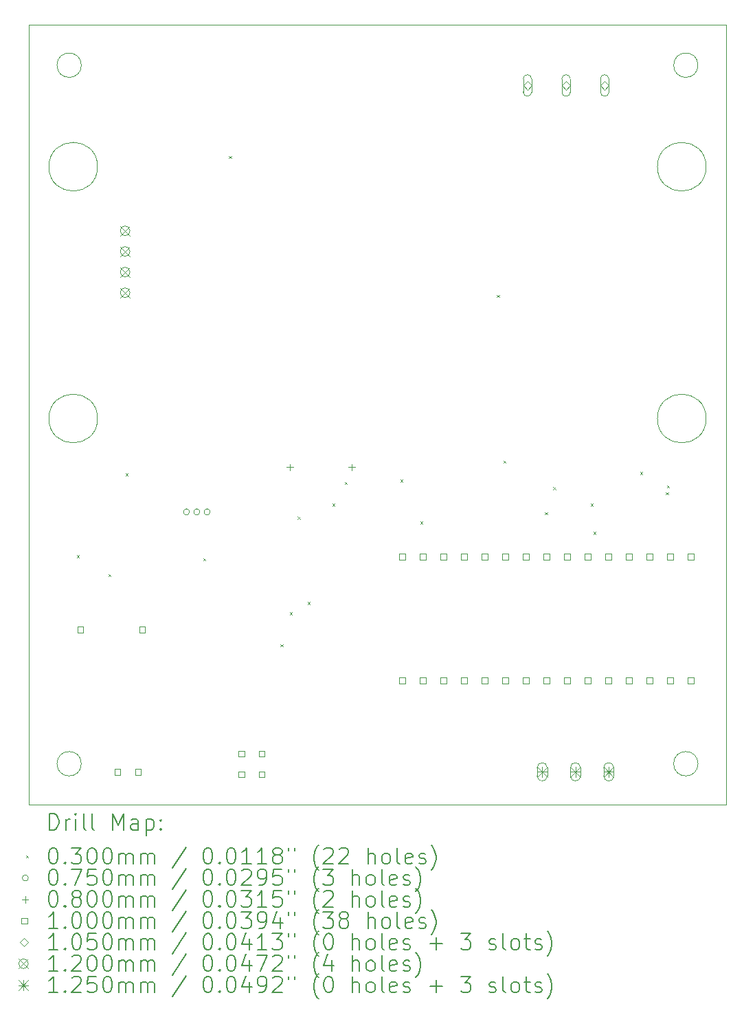
<source format=gbr>
%TF.GenerationSoftware,KiCad,Pcbnew,9.0.2*%
%TF.CreationDate,2025-06-24T21:37:35-04:00*%
%TF.ProjectId,Shortywithdisplay,53686f72-7479-4776-9974-68646973706c,rev?*%
%TF.SameCoordinates,Original*%
%TF.FileFunction,Drillmap*%
%TF.FilePolarity,Positive*%
%FSLAX45Y45*%
G04 Gerber Fmt 4.5, Leading zero omitted, Abs format (unit mm)*
G04 Created by KiCad (PCBNEW 9.0.2) date 2025-06-24 21:37:35*
%MOMM*%
%LPD*%
G01*
G04 APERTURE LIST*
%ADD10C,0.050000*%
%ADD11C,0.200000*%
%ADD12C,0.100000*%
%ADD13C,0.105000*%
%ADD14C,0.120000*%
%ADD15C,0.125000*%
G04 APERTURE END LIST*
D10*
X17700000Y-12100000D02*
G75*
G02*
X17400000Y-12100000I-150000J0D01*
G01*
X17400000Y-12100000D02*
G75*
G02*
X17700000Y-12100000I150000J0D01*
G01*
X10100000Y-3500000D02*
G75*
G02*
X9800000Y-3500000I-150000J0D01*
G01*
X9800000Y-3500000D02*
G75*
G02*
X10100000Y-3500000I150000J0D01*
G01*
X9450000Y-3000000D02*
X18050000Y-3000000D01*
X18050000Y-12600000D01*
X9450000Y-12600000D01*
X9450000Y-3000000D01*
X17800000Y-7850000D02*
G75*
G02*
X17200000Y-7850000I-300000J0D01*
G01*
X17200000Y-7850000D02*
G75*
G02*
X17800000Y-7850000I300000J0D01*
G01*
X17700000Y-3500000D02*
G75*
G02*
X17400000Y-3500000I-150000J0D01*
G01*
X17400000Y-3500000D02*
G75*
G02*
X17700000Y-3500000I150000J0D01*
G01*
X17800000Y-4750000D02*
G75*
G02*
X17200000Y-4750000I-300000J0D01*
G01*
X17200000Y-4750000D02*
G75*
G02*
X17800000Y-4750000I300000J0D01*
G01*
X10300000Y-4750000D02*
G75*
G02*
X9700000Y-4750000I-300000J0D01*
G01*
X9700000Y-4750000D02*
G75*
G02*
X10300000Y-4750000I300000J0D01*
G01*
X10300000Y-7850000D02*
G75*
G02*
X9700000Y-7850000I-300000J0D01*
G01*
X9700000Y-7850000D02*
G75*
G02*
X10300000Y-7850000I300000J0D01*
G01*
X10100000Y-12100000D02*
G75*
G02*
X9800000Y-12100000I-150000J0D01*
G01*
X9800000Y-12100000D02*
G75*
G02*
X10100000Y-12100000I150000J0D01*
G01*
D11*
D12*
X10042250Y-9534040D02*
X10072250Y-9564040D01*
X10072250Y-9534040D02*
X10042250Y-9564040D01*
X10435000Y-9763470D02*
X10465000Y-9793470D01*
X10465000Y-9763470D02*
X10435000Y-9793470D01*
X10645190Y-8524850D02*
X10675190Y-8554850D01*
X10675190Y-8524850D02*
X10645190Y-8554850D01*
X11601880Y-9571720D02*
X11631880Y-9601720D01*
X11631880Y-9571720D02*
X11601880Y-9601720D01*
X11918500Y-4617060D02*
X11948500Y-4647060D01*
X11948500Y-4617060D02*
X11918500Y-4647060D01*
X12552350Y-10627110D02*
X12582350Y-10657110D01*
X12582350Y-10627110D02*
X12552350Y-10657110D01*
X12667210Y-10235300D02*
X12697210Y-10265300D01*
X12697210Y-10235300D02*
X12667210Y-10265300D01*
X12766480Y-9058600D02*
X12796480Y-9088600D01*
X12796480Y-9058600D02*
X12766480Y-9088600D01*
X12887920Y-10106910D02*
X12917920Y-10136910D01*
X12917920Y-10106910D02*
X12887920Y-10136910D01*
X13195170Y-8899320D02*
X13225170Y-8929320D01*
X13225170Y-8899320D02*
X13195170Y-8929320D01*
X13347630Y-8632130D02*
X13377630Y-8662130D01*
X13377630Y-8632130D02*
X13347630Y-8662130D01*
X14032380Y-8599170D02*
X14062380Y-8629170D01*
X14062380Y-8599170D02*
X14032380Y-8629170D01*
X14275910Y-9117350D02*
X14305910Y-9147350D01*
X14305910Y-9117350D02*
X14275910Y-9147350D01*
X15221380Y-6327320D02*
X15251380Y-6357320D01*
X15251380Y-6327320D02*
X15221380Y-6357320D01*
X15300690Y-8366070D02*
X15330690Y-8396070D01*
X15330690Y-8366070D02*
X15300690Y-8396070D01*
X15815880Y-9003040D02*
X15845880Y-9033040D01*
X15845880Y-9003040D02*
X15815880Y-9033040D01*
X15914910Y-8694630D02*
X15944910Y-8724630D01*
X15944910Y-8694630D02*
X15914910Y-8724630D01*
X16377850Y-8896920D02*
X16407850Y-8926920D01*
X16407850Y-8896920D02*
X16377850Y-8926920D01*
X16410380Y-9242520D02*
X16440380Y-9272520D01*
X16440380Y-9242520D02*
X16410380Y-9272520D01*
X16985000Y-8506920D02*
X17015000Y-8536920D01*
X17015000Y-8506920D02*
X16985000Y-8536920D01*
X17304610Y-8759260D02*
X17334610Y-8789260D01*
X17334610Y-8759260D02*
X17304610Y-8789260D01*
X17317340Y-8672950D02*
X17347340Y-8702950D01*
X17347340Y-8672950D02*
X17317340Y-8702950D01*
X11433500Y-9000000D02*
G75*
G02*
X11358500Y-9000000I-37500J0D01*
G01*
X11358500Y-9000000D02*
G75*
G02*
X11433500Y-9000000I37500J0D01*
G01*
X11560500Y-9000000D02*
G75*
G02*
X11485500Y-9000000I-37500J0D01*
G01*
X11485500Y-9000000D02*
G75*
G02*
X11560500Y-9000000I37500J0D01*
G01*
X11687500Y-9000000D02*
G75*
G02*
X11612500Y-9000000I-37500J0D01*
G01*
X11612500Y-9000000D02*
G75*
G02*
X11687500Y-9000000I37500J0D01*
G01*
X12669000Y-8410000D02*
X12669000Y-8490000D01*
X12629000Y-8450000D02*
X12709000Y-8450000D01*
X13431000Y-8410000D02*
X13431000Y-8490000D01*
X13391000Y-8450000D02*
X13471000Y-8450000D01*
X10125356Y-10485356D02*
X10125356Y-10414644D01*
X10054644Y-10414644D01*
X10054644Y-10485356D01*
X10125356Y-10485356D01*
X10581356Y-12235356D02*
X10581356Y-12164644D01*
X10510644Y-12164644D01*
X10510644Y-12235356D01*
X10581356Y-12235356D01*
X10835356Y-12235356D02*
X10835356Y-12164644D01*
X10764644Y-12164644D01*
X10764644Y-12235356D01*
X10835356Y-12235356D01*
X10885356Y-10485356D02*
X10885356Y-10414644D01*
X10814644Y-10414644D01*
X10814644Y-10485356D01*
X10885356Y-10485356D01*
X12110356Y-12010356D02*
X12110356Y-11939644D01*
X12039644Y-11939644D01*
X12039644Y-12010356D01*
X12110356Y-12010356D01*
X12110356Y-12264356D02*
X12110356Y-12193644D01*
X12039644Y-12193644D01*
X12039644Y-12264356D01*
X12110356Y-12264356D01*
X12360356Y-12010356D02*
X12360356Y-11939644D01*
X12289644Y-11939644D01*
X12289644Y-12010356D01*
X12360356Y-12010356D01*
X12360356Y-12264356D02*
X12360356Y-12193644D01*
X12289644Y-12193644D01*
X12289644Y-12264356D01*
X12360356Y-12264356D01*
X14091356Y-9585356D02*
X14091356Y-9514644D01*
X14020644Y-9514644D01*
X14020644Y-9585356D01*
X14091356Y-9585356D01*
X14091356Y-11109356D02*
X14091356Y-11038644D01*
X14020644Y-11038644D01*
X14020644Y-11109356D01*
X14091356Y-11109356D01*
X14345356Y-9585356D02*
X14345356Y-9514644D01*
X14274644Y-9514644D01*
X14274644Y-9585356D01*
X14345356Y-9585356D01*
X14345356Y-11109356D02*
X14345356Y-11038644D01*
X14274644Y-11038644D01*
X14274644Y-11109356D01*
X14345356Y-11109356D01*
X14599356Y-9585356D02*
X14599356Y-9514644D01*
X14528644Y-9514644D01*
X14528644Y-9585356D01*
X14599356Y-9585356D01*
X14599356Y-11109356D02*
X14599356Y-11038644D01*
X14528644Y-11038644D01*
X14528644Y-11109356D01*
X14599356Y-11109356D01*
X14853356Y-9585356D02*
X14853356Y-9514644D01*
X14782644Y-9514644D01*
X14782644Y-9585356D01*
X14853356Y-9585356D01*
X14853356Y-11109356D02*
X14853356Y-11038644D01*
X14782644Y-11038644D01*
X14782644Y-11109356D01*
X14853356Y-11109356D01*
X15107356Y-9585356D02*
X15107356Y-9514644D01*
X15036644Y-9514644D01*
X15036644Y-9585356D01*
X15107356Y-9585356D01*
X15107356Y-11109356D02*
X15107356Y-11038644D01*
X15036644Y-11038644D01*
X15036644Y-11109356D01*
X15107356Y-11109356D01*
X15361356Y-9585356D02*
X15361356Y-9514644D01*
X15290644Y-9514644D01*
X15290644Y-9585356D01*
X15361356Y-9585356D01*
X15361356Y-11109356D02*
X15361356Y-11038644D01*
X15290644Y-11038644D01*
X15290644Y-11109356D01*
X15361356Y-11109356D01*
X15615356Y-9585356D02*
X15615356Y-9514644D01*
X15544644Y-9514644D01*
X15544644Y-9585356D01*
X15615356Y-9585356D01*
X15615356Y-11109356D02*
X15615356Y-11038644D01*
X15544644Y-11038644D01*
X15544644Y-11109356D01*
X15615356Y-11109356D01*
X15869356Y-9585356D02*
X15869356Y-9514644D01*
X15798644Y-9514644D01*
X15798644Y-9585356D01*
X15869356Y-9585356D01*
X15869356Y-11109356D02*
X15869356Y-11038644D01*
X15798644Y-11038644D01*
X15798644Y-11109356D01*
X15869356Y-11109356D01*
X16123356Y-9585356D02*
X16123356Y-9514644D01*
X16052644Y-9514644D01*
X16052644Y-9585356D01*
X16123356Y-9585356D01*
X16123356Y-11109356D02*
X16123356Y-11038644D01*
X16052644Y-11038644D01*
X16052644Y-11109356D01*
X16123356Y-11109356D01*
X16377356Y-9585356D02*
X16377356Y-9514644D01*
X16306644Y-9514644D01*
X16306644Y-9585356D01*
X16377356Y-9585356D01*
X16377356Y-11109356D02*
X16377356Y-11038644D01*
X16306644Y-11038644D01*
X16306644Y-11109356D01*
X16377356Y-11109356D01*
X16631356Y-9585356D02*
X16631356Y-9514644D01*
X16560644Y-9514644D01*
X16560644Y-9585356D01*
X16631356Y-9585356D01*
X16631356Y-11109356D02*
X16631356Y-11038644D01*
X16560644Y-11038644D01*
X16560644Y-11109356D01*
X16631356Y-11109356D01*
X16885356Y-9585356D02*
X16885356Y-9514644D01*
X16814644Y-9514644D01*
X16814644Y-9585356D01*
X16885356Y-9585356D01*
X16885356Y-11109356D02*
X16885356Y-11038644D01*
X16814644Y-11038644D01*
X16814644Y-11109356D01*
X16885356Y-11109356D01*
X17139356Y-9585356D02*
X17139356Y-9514644D01*
X17068644Y-9514644D01*
X17068644Y-9585356D01*
X17139356Y-9585356D01*
X17139356Y-11109356D02*
X17139356Y-11038644D01*
X17068644Y-11038644D01*
X17068644Y-11109356D01*
X17139356Y-11109356D01*
X17393356Y-9585356D02*
X17393356Y-9514644D01*
X17322644Y-9514644D01*
X17322644Y-9585356D01*
X17393356Y-9585356D01*
X17393356Y-11109356D02*
X17393356Y-11038644D01*
X17322644Y-11038644D01*
X17322644Y-11109356D01*
X17393356Y-11109356D01*
X17647356Y-9585356D02*
X17647356Y-9514644D01*
X17576644Y-9514644D01*
X17576644Y-9585356D01*
X17647356Y-9585356D01*
X17647356Y-11109356D02*
X17647356Y-11038644D01*
X17576644Y-11038644D01*
X17576644Y-11109356D01*
X17647356Y-11109356D01*
D13*
X15598000Y-3802500D02*
X15650500Y-3750000D01*
X15598000Y-3697500D01*
X15545500Y-3750000D01*
X15598000Y-3802500D01*
D12*
X15650500Y-3830000D02*
X15650500Y-3670000D01*
X15545500Y-3670000D02*
G75*
G02*
X15650500Y-3670000I52500J0D01*
G01*
X15545500Y-3670000D02*
X15545500Y-3830000D01*
X15545500Y-3830000D02*
G75*
G03*
X15650500Y-3830000I52500J0D01*
G01*
D13*
X16074000Y-3802500D02*
X16126500Y-3750000D01*
X16074000Y-3697500D01*
X16021500Y-3750000D01*
X16074000Y-3802500D01*
D12*
X16126500Y-3830000D02*
X16126500Y-3670000D01*
X16021500Y-3670000D02*
G75*
G02*
X16126500Y-3670000I52500J0D01*
G01*
X16021500Y-3670000D02*
X16021500Y-3830000D01*
X16021500Y-3830000D02*
G75*
G03*
X16126500Y-3830000I52500J0D01*
G01*
D13*
X16550000Y-3802500D02*
X16602500Y-3750000D01*
X16550000Y-3697500D01*
X16497500Y-3750000D01*
X16550000Y-3802500D01*
D12*
X16602500Y-3830000D02*
X16602500Y-3670000D01*
X16497500Y-3670000D02*
G75*
G02*
X16602500Y-3670000I52500J0D01*
G01*
X16497500Y-3670000D02*
X16497500Y-3830000D01*
X16497500Y-3830000D02*
G75*
G03*
X16602500Y-3830000I52500J0D01*
G01*
D14*
X10580050Y-5479930D02*
X10700050Y-5599930D01*
X10700050Y-5479930D02*
X10580050Y-5599930D01*
X10700050Y-5539930D02*
G75*
G02*
X10580050Y-5539930I-60000J0D01*
G01*
X10580050Y-5539930D02*
G75*
G02*
X10700050Y-5539930I60000J0D01*
G01*
X10580050Y-5733930D02*
X10700050Y-5853930D01*
X10700050Y-5733930D02*
X10580050Y-5853930D01*
X10700050Y-5793930D02*
G75*
G02*
X10580050Y-5793930I-60000J0D01*
G01*
X10580050Y-5793930D02*
G75*
G02*
X10700050Y-5793930I60000J0D01*
G01*
X10580050Y-5987930D02*
X10700050Y-6107930D01*
X10700050Y-5987930D02*
X10580050Y-6107930D01*
X10700050Y-6047930D02*
G75*
G02*
X10580050Y-6047930I-60000J0D01*
G01*
X10580050Y-6047930D02*
G75*
G02*
X10700050Y-6047930I60000J0D01*
G01*
X10580050Y-6241930D02*
X10700050Y-6361930D01*
X10700050Y-6241930D02*
X10580050Y-6361930D01*
X10700050Y-6301930D02*
G75*
G02*
X10580050Y-6301930I-60000J0D01*
G01*
X10580050Y-6301930D02*
G75*
G02*
X10700050Y-6301930I60000J0D01*
G01*
D15*
X15717500Y-12137500D02*
X15842500Y-12262500D01*
X15842500Y-12137500D02*
X15717500Y-12262500D01*
X15780000Y-12137500D02*
X15780000Y-12262500D01*
X15717500Y-12200000D02*
X15842500Y-12200000D01*
D12*
X15842500Y-12250000D02*
X15842500Y-12150000D01*
X15717500Y-12150000D02*
G75*
G02*
X15842500Y-12150000I62500J0D01*
G01*
X15717500Y-12150000D02*
X15717500Y-12250000D01*
X15717500Y-12250000D02*
G75*
G03*
X15842500Y-12250000I62500J0D01*
G01*
D15*
X16127500Y-12137500D02*
X16252500Y-12262500D01*
X16252500Y-12137500D02*
X16127500Y-12262500D01*
X16190000Y-12137500D02*
X16190000Y-12262500D01*
X16127500Y-12200000D02*
X16252500Y-12200000D01*
D12*
X16252500Y-12250000D02*
X16252500Y-12150000D01*
X16127500Y-12150000D02*
G75*
G02*
X16252500Y-12150000I62500J0D01*
G01*
X16127500Y-12150000D02*
X16127500Y-12250000D01*
X16127500Y-12250000D02*
G75*
G03*
X16252500Y-12250000I62500J0D01*
G01*
D15*
X16537500Y-12137500D02*
X16662500Y-12262500D01*
X16662500Y-12137500D02*
X16537500Y-12262500D01*
X16600000Y-12137500D02*
X16600000Y-12262500D01*
X16537500Y-12200000D02*
X16662500Y-12200000D01*
D12*
X16662500Y-12250000D02*
X16662500Y-12150000D01*
X16537500Y-12150000D02*
G75*
G02*
X16662500Y-12150000I62500J0D01*
G01*
X16537500Y-12150000D02*
X16537500Y-12250000D01*
X16537500Y-12250000D02*
G75*
G03*
X16662500Y-12250000I62500J0D01*
G01*
D11*
X9708277Y-12913984D02*
X9708277Y-12713984D01*
X9708277Y-12713984D02*
X9755896Y-12713984D01*
X9755896Y-12713984D02*
X9784467Y-12723508D01*
X9784467Y-12723508D02*
X9803515Y-12742555D01*
X9803515Y-12742555D02*
X9813039Y-12761603D01*
X9813039Y-12761603D02*
X9822563Y-12799698D01*
X9822563Y-12799698D02*
X9822563Y-12828269D01*
X9822563Y-12828269D02*
X9813039Y-12866365D01*
X9813039Y-12866365D02*
X9803515Y-12885412D01*
X9803515Y-12885412D02*
X9784467Y-12904460D01*
X9784467Y-12904460D02*
X9755896Y-12913984D01*
X9755896Y-12913984D02*
X9708277Y-12913984D01*
X9908277Y-12913984D02*
X9908277Y-12780650D01*
X9908277Y-12818746D02*
X9917801Y-12799698D01*
X9917801Y-12799698D02*
X9927324Y-12790174D01*
X9927324Y-12790174D02*
X9946372Y-12780650D01*
X9946372Y-12780650D02*
X9965420Y-12780650D01*
X10032086Y-12913984D02*
X10032086Y-12780650D01*
X10032086Y-12713984D02*
X10022563Y-12723508D01*
X10022563Y-12723508D02*
X10032086Y-12733031D01*
X10032086Y-12733031D02*
X10041610Y-12723508D01*
X10041610Y-12723508D02*
X10032086Y-12713984D01*
X10032086Y-12713984D02*
X10032086Y-12733031D01*
X10155896Y-12913984D02*
X10136848Y-12904460D01*
X10136848Y-12904460D02*
X10127324Y-12885412D01*
X10127324Y-12885412D02*
X10127324Y-12713984D01*
X10260658Y-12913984D02*
X10241610Y-12904460D01*
X10241610Y-12904460D02*
X10232086Y-12885412D01*
X10232086Y-12885412D02*
X10232086Y-12713984D01*
X10489229Y-12913984D02*
X10489229Y-12713984D01*
X10489229Y-12713984D02*
X10555896Y-12856841D01*
X10555896Y-12856841D02*
X10622563Y-12713984D01*
X10622563Y-12713984D02*
X10622563Y-12913984D01*
X10803515Y-12913984D02*
X10803515Y-12809222D01*
X10803515Y-12809222D02*
X10793991Y-12790174D01*
X10793991Y-12790174D02*
X10774944Y-12780650D01*
X10774944Y-12780650D02*
X10736848Y-12780650D01*
X10736848Y-12780650D02*
X10717801Y-12790174D01*
X10803515Y-12904460D02*
X10784467Y-12913984D01*
X10784467Y-12913984D02*
X10736848Y-12913984D01*
X10736848Y-12913984D02*
X10717801Y-12904460D01*
X10717801Y-12904460D02*
X10708277Y-12885412D01*
X10708277Y-12885412D02*
X10708277Y-12866365D01*
X10708277Y-12866365D02*
X10717801Y-12847317D01*
X10717801Y-12847317D02*
X10736848Y-12837793D01*
X10736848Y-12837793D02*
X10784467Y-12837793D01*
X10784467Y-12837793D02*
X10803515Y-12828269D01*
X10898753Y-12780650D02*
X10898753Y-12980650D01*
X10898753Y-12790174D02*
X10917801Y-12780650D01*
X10917801Y-12780650D02*
X10955896Y-12780650D01*
X10955896Y-12780650D02*
X10974944Y-12790174D01*
X10974944Y-12790174D02*
X10984467Y-12799698D01*
X10984467Y-12799698D02*
X10993991Y-12818746D01*
X10993991Y-12818746D02*
X10993991Y-12875888D01*
X10993991Y-12875888D02*
X10984467Y-12894936D01*
X10984467Y-12894936D02*
X10974944Y-12904460D01*
X10974944Y-12904460D02*
X10955896Y-12913984D01*
X10955896Y-12913984D02*
X10917801Y-12913984D01*
X10917801Y-12913984D02*
X10898753Y-12904460D01*
X11079705Y-12894936D02*
X11089229Y-12904460D01*
X11089229Y-12904460D02*
X11079705Y-12913984D01*
X11079705Y-12913984D02*
X11070182Y-12904460D01*
X11070182Y-12904460D02*
X11079705Y-12894936D01*
X11079705Y-12894936D02*
X11079705Y-12913984D01*
X11079705Y-12790174D02*
X11089229Y-12799698D01*
X11089229Y-12799698D02*
X11079705Y-12809222D01*
X11079705Y-12809222D02*
X11070182Y-12799698D01*
X11070182Y-12799698D02*
X11079705Y-12790174D01*
X11079705Y-12790174D02*
X11079705Y-12809222D01*
D12*
X9417500Y-13227500D02*
X9447500Y-13257500D01*
X9447500Y-13227500D02*
X9417500Y-13257500D01*
D11*
X9746372Y-13133984D02*
X9765420Y-13133984D01*
X9765420Y-13133984D02*
X9784467Y-13143508D01*
X9784467Y-13143508D02*
X9793991Y-13153031D01*
X9793991Y-13153031D02*
X9803515Y-13172079D01*
X9803515Y-13172079D02*
X9813039Y-13210174D01*
X9813039Y-13210174D02*
X9813039Y-13257793D01*
X9813039Y-13257793D02*
X9803515Y-13295888D01*
X9803515Y-13295888D02*
X9793991Y-13314936D01*
X9793991Y-13314936D02*
X9784467Y-13324460D01*
X9784467Y-13324460D02*
X9765420Y-13333984D01*
X9765420Y-13333984D02*
X9746372Y-13333984D01*
X9746372Y-13333984D02*
X9727324Y-13324460D01*
X9727324Y-13324460D02*
X9717801Y-13314936D01*
X9717801Y-13314936D02*
X9708277Y-13295888D01*
X9708277Y-13295888D02*
X9698753Y-13257793D01*
X9698753Y-13257793D02*
X9698753Y-13210174D01*
X9698753Y-13210174D02*
X9708277Y-13172079D01*
X9708277Y-13172079D02*
X9717801Y-13153031D01*
X9717801Y-13153031D02*
X9727324Y-13143508D01*
X9727324Y-13143508D02*
X9746372Y-13133984D01*
X9898753Y-13314936D02*
X9908277Y-13324460D01*
X9908277Y-13324460D02*
X9898753Y-13333984D01*
X9898753Y-13333984D02*
X9889229Y-13324460D01*
X9889229Y-13324460D02*
X9898753Y-13314936D01*
X9898753Y-13314936D02*
X9898753Y-13333984D01*
X9974944Y-13133984D02*
X10098753Y-13133984D01*
X10098753Y-13133984D02*
X10032086Y-13210174D01*
X10032086Y-13210174D02*
X10060658Y-13210174D01*
X10060658Y-13210174D02*
X10079705Y-13219698D01*
X10079705Y-13219698D02*
X10089229Y-13229222D01*
X10089229Y-13229222D02*
X10098753Y-13248269D01*
X10098753Y-13248269D02*
X10098753Y-13295888D01*
X10098753Y-13295888D02*
X10089229Y-13314936D01*
X10089229Y-13314936D02*
X10079705Y-13324460D01*
X10079705Y-13324460D02*
X10060658Y-13333984D01*
X10060658Y-13333984D02*
X10003515Y-13333984D01*
X10003515Y-13333984D02*
X9984467Y-13324460D01*
X9984467Y-13324460D02*
X9974944Y-13314936D01*
X10222563Y-13133984D02*
X10241610Y-13133984D01*
X10241610Y-13133984D02*
X10260658Y-13143508D01*
X10260658Y-13143508D02*
X10270182Y-13153031D01*
X10270182Y-13153031D02*
X10279705Y-13172079D01*
X10279705Y-13172079D02*
X10289229Y-13210174D01*
X10289229Y-13210174D02*
X10289229Y-13257793D01*
X10289229Y-13257793D02*
X10279705Y-13295888D01*
X10279705Y-13295888D02*
X10270182Y-13314936D01*
X10270182Y-13314936D02*
X10260658Y-13324460D01*
X10260658Y-13324460D02*
X10241610Y-13333984D01*
X10241610Y-13333984D02*
X10222563Y-13333984D01*
X10222563Y-13333984D02*
X10203515Y-13324460D01*
X10203515Y-13324460D02*
X10193991Y-13314936D01*
X10193991Y-13314936D02*
X10184467Y-13295888D01*
X10184467Y-13295888D02*
X10174944Y-13257793D01*
X10174944Y-13257793D02*
X10174944Y-13210174D01*
X10174944Y-13210174D02*
X10184467Y-13172079D01*
X10184467Y-13172079D02*
X10193991Y-13153031D01*
X10193991Y-13153031D02*
X10203515Y-13143508D01*
X10203515Y-13143508D02*
X10222563Y-13133984D01*
X10413039Y-13133984D02*
X10432086Y-13133984D01*
X10432086Y-13133984D02*
X10451134Y-13143508D01*
X10451134Y-13143508D02*
X10460658Y-13153031D01*
X10460658Y-13153031D02*
X10470182Y-13172079D01*
X10470182Y-13172079D02*
X10479705Y-13210174D01*
X10479705Y-13210174D02*
X10479705Y-13257793D01*
X10479705Y-13257793D02*
X10470182Y-13295888D01*
X10470182Y-13295888D02*
X10460658Y-13314936D01*
X10460658Y-13314936D02*
X10451134Y-13324460D01*
X10451134Y-13324460D02*
X10432086Y-13333984D01*
X10432086Y-13333984D02*
X10413039Y-13333984D01*
X10413039Y-13333984D02*
X10393991Y-13324460D01*
X10393991Y-13324460D02*
X10384467Y-13314936D01*
X10384467Y-13314936D02*
X10374944Y-13295888D01*
X10374944Y-13295888D02*
X10365420Y-13257793D01*
X10365420Y-13257793D02*
X10365420Y-13210174D01*
X10365420Y-13210174D02*
X10374944Y-13172079D01*
X10374944Y-13172079D02*
X10384467Y-13153031D01*
X10384467Y-13153031D02*
X10393991Y-13143508D01*
X10393991Y-13143508D02*
X10413039Y-13133984D01*
X10565420Y-13333984D02*
X10565420Y-13200650D01*
X10565420Y-13219698D02*
X10574944Y-13210174D01*
X10574944Y-13210174D02*
X10593991Y-13200650D01*
X10593991Y-13200650D02*
X10622563Y-13200650D01*
X10622563Y-13200650D02*
X10641610Y-13210174D01*
X10641610Y-13210174D02*
X10651134Y-13229222D01*
X10651134Y-13229222D02*
X10651134Y-13333984D01*
X10651134Y-13229222D02*
X10660658Y-13210174D01*
X10660658Y-13210174D02*
X10679705Y-13200650D01*
X10679705Y-13200650D02*
X10708277Y-13200650D01*
X10708277Y-13200650D02*
X10727325Y-13210174D01*
X10727325Y-13210174D02*
X10736848Y-13229222D01*
X10736848Y-13229222D02*
X10736848Y-13333984D01*
X10832086Y-13333984D02*
X10832086Y-13200650D01*
X10832086Y-13219698D02*
X10841610Y-13210174D01*
X10841610Y-13210174D02*
X10860658Y-13200650D01*
X10860658Y-13200650D02*
X10889229Y-13200650D01*
X10889229Y-13200650D02*
X10908277Y-13210174D01*
X10908277Y-13210174D02*
X10917801Y-13229222D01*
X10917801Y-13229222D02*
X10917801Y-13333984D01*
X10917801Y-13229222D02*
X10927325Y-13210174D01*
X10927325Y-13210174D02*
X10946372Y-13200650D01*
X10946372Y-13200650D02*
X10974944Y-13200650D01*
X10974944Y-13200650D02*
X10993991Y-13210174D01*
X10993991Y-13210174D02*
X11003515Y-13229222D01*
X11003515Y-13229222D02*
X11003515Y-13333984D01*
X11393991Y-13124460D02*
X11222563Y-13381603D01*
X11651134Y-13133984D02*
X11670182Y-13133984D01*
X11670182Y-13133984D02*
X11689229Y-13143508D01*
X11689229Y-13143508D02*
X11698753Y-13153031D01*
X11698753Y-13153031D02*
X11708277Y-13172079D01*
X11708277Y-13172079D02*
X11717801Y-13210174D01*
X11717801Y-13210174D02*
X11717801Y-13257793D01*
X11717801Y-13257793D02*
X11708277Y-13295888D01*
X11708277Y-13295888D02*
X11698753Y-13314936D01*
X11698753Y-13314936D02*
X11689229Y-13324460D01*
X11689229Y-13324460D02*
X11670182Y-13333984D01*
X11670182Y-13333984D02*
X11651134Y-13333984D01*
X11651134Y-13333984D02*
X11632086Y-13324460D01*
X11632086Y-13324460D02*
X11622563Y-13314936D01*
X11622563Y-13314936D02*
X11613039Y-13295888D01*
X11613039Y-13295888D02*
X11603515Y-13257793D01*
X11603515Y-13257793D02*
X11603515Y-13210174D01*
X11603515Y-13210174D02*
X11613039Y-13172079D01*
X11613039Y-13172079D02*
X11622563Y-13153031D01*
X11622563Y-13153031D02*
X11632086Y-13143508D01*
X11632086Y-13143508D02*
X11651134Y-13133984D01*
X11803515Y-13314936D02*
X11813039Y-13324460D01*
X11813039Y-13324460D02*
X11803515Y-13333984D01*
X11803515Y-13333984D02*
X11793991Y-13324460D01*
X11793991Y-13324460D02*
X11803515Y-13314936D01*
X11803515Y-13314936D02*
X11803515Y-13333984D01*
X11936848Y-13133984D02*
X11955896Y-13133984D01*
X11955896Y-13133984D02*
X11974944Y-13143508D01*
X11974944Y-13143508D02*
X11984467Y-13153031D01*
X11984467Y-13153031D02*
X11993991Y-13172079D01*
X11993991Y-13172079D02*
X12003515Y-13210174D01*
X12003515Y-13210174D02*
X12003515Y-13257793D01*
X12003515Y-13257793D02*
X11993991Y-13295888D01*
X11993991Y-13295888D02*
X11984467Y-13314936D01*
X11984467Y-13314936D02*
X11974944Y-13324460D01*
X11974944Y-13324460D02*
X11955896Y-13333984D01*
X11955896Y-13333984D02*
X11936848Y-13333984D01*
X11936848Y-13333984D02*
X11917801Y-13324460D01*
X11917801Y-13324460D02*
X11908277Y-13314936D01*
X11908277Y-13314936D02*
X11898753Y-13295888D01*
X11898753Y-13295888D02*
X11889229Y-13257793D01*
X11889229Y-13257793D02*
X11889229Y-13210174D01*
X11889229Y-13210174D02*
X11898753Y-13172079D01*
X11898753Y-13172079D02*
X11908277Y-13153031D01*
X11908277Y-13153031D02*
X11917801Y-13143508D01*
X11917801Y-13143508D02*
X11936848Y-13133984D01*
X12193991Y-13333984D02*
X12079706Y-13333984D01*
X12136848Y-13333984D02*
X12136848Y-13133984D01*
X12136848Y-13133984D02*
X12117801Y-13162555D01*
X12117801Y-13162555D02*
X12098753Y-13181603D01*
X12098753Y-13181603D02*
X12079706Y-13191127D01*
X12384467Y-13333984D02*
X12270182Y-13333984D01*
X12327325Y-13333984D02*
X12327325Y-13133984D01*
X12327325Y-13133984D02*
X12308277Y-13162555D01*
X12308277Y-13162555D02*
X12289229Y-13181603D01*
X12289229Y-13181603D02*
X12270182Y-13191127D01*
X12498753Y-13219698D02*
X12479706Y-13210174D01*
X12479706Y-13210174D02*
X12470182Y-13200650D01*
X12470182Y-13200650D02*
X12460658Y-13181603D01*
X12460658Y-13181603D02*
X12460658Y-13172079D01*
X12460658Y-13172079D02*
X12470182Y-13153031D01*
X12470182Y-13153031D02*
X12479706Y-13143508D01*
X12479706Y-13143508D02*
X12498753Y-13133984D01*
X12498753Y-13133984D02*
X12536848Y-13133984D01*
X12536848Y-13133984D02*
X12555896Y-13143508D01*
X12555896Y-13143508D02*
X12565420Y-13153031D01*
X12565420Y-13153031D02*
X12574944Y-13172079D01*
X12574944Y-13172079D02*
X12574944Y-13181603D01*
X12574944Y-13181603D02*
X12565420Y-13200650D01*
X12565420Y-13200650D02*
X12555896Y-13210174D01*
X12555896Y-13210174D02*
X12536848Y-13219698D01*
X12536848Y-13219698D02*
X12498753Y-13219698D01*
X12498753Y-13219698D02*
X12479706Y-13229222D01*
X12479706Y-13229222D02*
X12470182Y-13238746D01*
X12470182Y-13238746D02*
X12460658Y-13257793D01*
X12460658Y-13257793D02*
X12460658Y-13295888D01*
X12460658Y-13295888D02*
X12470182Y-13314936D01*
X12470182Y-13314936D02*
X12479706Y-13324460D01*
X12479706Y-13324460D02*
X12498753Y-13333984D01*
X12498753Y-13333984D02*
X12536848Y-13333984D01*
X12536848Y-13333984D02*
X12555896Y-13324460D01*
X12555896Y-13324460D02*
X12565420Y-13314936D01*
X12565420Y-13314936D02*
X12574944Y-13295888D01*
X12574944Y-13295888D02*
X12574944Y-13257793D01*
X12574944Y-13257793D02*
X12565420Y-13238746D01*
X12565420Y-13238746D02*
X12555896Y-13229222D01*
X12555896Y-13229222D02*
X12536848Y-13219698D01*
X12651134Y-13133984D02*
X12651134Y-13172079D01*
X12727325Y-13133984D02*
X12727325Y-13172079D01*
X13022563Y-13410174D02*
X13013039Y-13400650D01*
X13013039Y-13400650D02*
X12993991Y-13372079D01*
X12993991Y-13372079D02*
X12984468Y-13353031D01*
X12984468Y-13353031D02*
X12974944Y-13324460D01*
X12974944Y-13324460D02*
X12965420Y-13276841D01*
X12965420Y-13276841D02*
X12965420Y-13238746D01*
X12965420Y-13238746D02*
X12974944Y-13191127D01*
X12974944Y-13191127D02*
X12984468Y-13162555D01*
X12984468Y-13162555D02*
X12993991Y-13143508D01*
X12993991Y-13143508D02*
X13013039Y-13114936D01*
X13013039Y-13114936D02*
X13022563Y-13105412D01*
X13089229Y-13153031D02*
X13098753Y-13143508D01*
X13098753Y-13143508D02*
X13117801Y-13133984D01*
X13117801Y-13133984D02*
X13165420Y-13133984D01*
X13165420Y-13133984D02*
X13184468Y-13143508D01*
X13184468Y-13143508D02*
X13193991Y-13153031D01*
X13193991Y-13153031D02*
X13203515Y-13172079D01*
X13203515Y-13172079D02*
X13203515Y-13191127D01*
X13203515Y-13191127D02*
X13193991Y-13219698D01*
X13193991Y-13219698D02*
X13079706Y-13333984D01*
X13079706Y-13333984D02*
X13203515Y-13333984D01*
X13279706Y-13153031D02*
X13289229Y-13143508D01*
X13289229Y-13143508D02*
X13308277Y-13133984D01*
X13308277Y-13133984D02*
X13355896Y-13133984D01*
X13355896Y-13133984D02*
X13374944Y-13143508D01*
X13374944Y-13143508D02*
X13384468Y-13153031D01*
X13384468Y-13153031D02*
X13393991Y-13172079D01*
X13393991Y-13172079D02*
X13393991Y-13191127D01*
X13393991Y-13191127D02*
X13384468Y-13219698D01*
X13384468Y-13219698D02*
X13270182Y-13333984D01*
X13270182Y-13333984D02*
X13393991Y-13333984D01*
X13632087Y-13333984D02*
X13632087Y-13133984D01*
X13717801Y-13333984D02*
X13717801Y-13229222D01*
X13717801Y-13229222D02*
X13708277Y-13210174D01*
X13708277Y-13210174D02*
X13689230Y-13200650D01*
X13689230Y-13200650D02*
X13660658Y-13200650D01*
X13660658Y-13200650D02*
X13641610Y-13210174D01*
X13641610Y-13210174D02*
X13632087Y-13219698D01*
X13841610Y-13333984D02*
X13822563Y-13324460D01*
X13822563Y-13324460D02*
X13813039Y-13314936D01*
X13813039Y-13314936D02*
X13803515Y-13295888D01*
X13803515Y-13295888D02*
X13803515Y-13238746D01*
X13803515Y-13238746D02*
X13813039Y-13219698D01*
X13813039Y-13219698D02*
X13822563Y-13210174D01*
X13822563Y-13210174D02*
X13841610Y-13200650D01*
X13841610Y-13200650D02*
X13870182Y-13200650D01*
X13870182Y-13200650D02*
X13889230Y-13210174D01*
X13889230Y-13210174D02*
X13898753Y-13219698D01*
X13898753Y-13219698D02*
X13908277Y-13238746D01*
X13908277Y-13238746D02*
X13908277Y-13295888D01*
X13908277Y-13295888D02*
X13898753Y-13314936D01*
X13898753Y-13314936D02*
X13889230Y-13324460D01*
X13889230Y-13324460D02*
X13870182Y-13333984D01*
X13870182Y-13333984D02*
X13841610Y-13333984D01*
X14022563Y-13333984D02*
X14003515Y-13324460D01*
X14003515Y-13324460D02*
X13993991Y-13305412D01*
X13993991Y-13305412D02*
X13993991Y-13133984D01*
X14174944Y-13324460D02*
X14155896Y-13333984D01*
X14155896Y-13333984D02*
X14117801Y-13333984D01*
X14117801Y-13333984D02*
X14098753Y-13324460D01*
X14098753Y-13324460D02*
X14089230Y-13305412D01*
X14089230Y-13305412D02*
X14089230Y-13229222D01*
X14089230Y-13229222D02*
X14098753Y-13210174D01*
X14098753Y-13210174D02*
X14117801Y-13200650D01*
X14117801Y-13200650D02*
X14155896Y-13200650D01*
X14155896Y-13200650D02*
X14174944Y-13210174D01*
X14174944Y-13210174D02*
X14184468Y-13229222D01*
X14184468Y-13229222D02*
X14184468Y-13248269D01*
X14184468Y-13248269D02*
X14089230Y-13267317D01*
X14260658Y-13324460D02*
X14279706Y-13333984D01*
X14279706Y-13333984D02*
X14317801Y-13333984D01*
X14317801Y-13333984D02*
X14336849Y-13324460D01*
X14336849Y-13324460D02*
X14346372Y-13305412D01*
X14346372Y-13305412D02*
X14346372Y-13295888D01*
X14346372Y-13295888D02*
X14336849Y-13276841D01*
X14336849Y-13276841D02*
X14317801Y-13267317D01*
X14317801Y-13267317D02*
X14289230Y-13267317D01*
X14289230Y-13267317D02*
X14270182Y-13257793D01*
X14270182Y-13257793D02*
X14260658Y-13238746D01*
X14260658Y-13238746D02*
X14260658Y-13229222D01*
X14260658Y-13229222D02*
X14270182Y-13210174D01*
X14270182Y-13210174D02*
X14289230Y-13200650D01*
X14289230Y-13200650D02*
X14317801Y-13200650D01*
X14317801Y-13200650D02*
X14336849Y-13210174D01*
X14413039Y-13410174D02*
X14422563Y-13400650D01*
X14422563Y-13400650D02*
X14441611Y-13372079D01*
X14441611Y-13372079D02*
X14451134Y-13353031D01*
X14451134Y-13353031D02*
X14460658Y-13324460D01*
X14460658Y-13324460D02*
X14470182Y-13276841D01*
X14470182Y-13276841D02*
X14470182Y-13238746D01*
X14470182Y-13238746D02*
X14460658Y-13191127D01*
X14460658Y-13191127D02*
X14451134Y-13162555D01*
X14451134Y-13162555D02*
X14441611Y-13143508D01*
X14441611Y-13143508D02*
X14422563Y-13114936D01*
X14422563Y-13114936D02*
X14413039Y-13105412D01*
D12*
X9447500Y-13506500D02*
G75*
G02*
X9372500Y-13506500I-37500J0D01*
G01*
X9372500Y-13506500D02*
G75*
G02*
X9447500Y-13506500I37500J0D01*
G01*
D11*
X9746372Y-13397984D02*
X9765420Y-13397984D01*
X9765420Y-13397984D02*
X9784467Y-13407508D01*
X9784467Y-13407508D02*
X9793991Y-13417031D01*
X9793991Y-13417031D02*
X9803515Y-13436079D01*
X9803515Y-13436079D02*
X9813039Y-13474174D01*
X9813039Y-13474174D02*
X9813039Y-13521793D01*
X9813039Y-13521793D02*
X9803515Y-13559888D01*
X9803515Y-13559888D02*
X9793991Y-13578936D01*
X9793991Y-13578936D02*
X9784467Y-13588460D01*
X9784467Y-13588460D02*
X9765420Y-13597984D01*
X9765420Y-13597984D02*
X9746372Y-13597984D01*
X9746372Y-13597984D02*
X9727324Y-13588460D01*
X9727324Y-13588460D02*
X9717801Y-13578936D01*
X9717801Y-13578936D02*
X9708277Y-13559888D01*
X9708277Y-13559888D02*
X9698753Y-13521793D01*
X9698753Y-13521793D02*
X9698753Y-13474174D01*
X9698753Y-13474174D02*
X9708277Y-13436079D01*
X9708277Y-13436079D02*
X9717801Y-13417031D01*
X9717801Y-13417031D02*
X9727324Y-13407508D01*
X9727324Y-13407508D02*
X9746372Y-13397984D01*
X9898753Y-13578936D02*
X9908277Y-13588460D01*
X9908277Y-13588460D02*
X9898753Y-13597984D01*
X9898753Y-13597984D02*
X9889229Y-13588460D01*
X9889229Y-13588460D02*
X9898753Y-13578936D01*
X9898753Y-13578936D02*
X9898753Y-13597984D01*
X9974944Y-13397984D02*
X10108277Y-13397984D01*
X10108277Y-13397984D02*
X10022563Y-13597984D01*
X10279705Y-13397984D02*
X10184467Y-13397984D01*
X10184467Y-13397984D02*
X10174944Y-13493222D01*
X10174944Y-13493222D02*
X10184467Y-13483698D01*
X10184467Y-13483698D02*
X10203515Y-13474174D01*
X10203515Y-13474174D02*
X10251134Y-13474174D01*
X10251134Y-13474174D02*
X10270182Y-13483698D01*
X10270182Y-13483698D02*
X10279705Y-13493222D01*
X10279705Y-13493222D02*
X10289229Y-13512269D01*
X10289229Y-13512269D02*
X10289229Y-13559888D01*
X10289229Y-13559888D02*
X10279705Y-13578936D01*
X10279705Y-13578936D02*
X10270182Y-13588460D01*
X10270182Y-13588460D02*
X10251134Y-13597984D01*
X10251134Y-13597984D02*
X10203515Y-13597984D01*
X10203515Y-13597984D02*
X10184467Y-13588460D01*
X10184467Y-13588460D02*
X10174944Y-13578936D01*
X10413039Y-13397984D02*
X10432086Y-13397984D01*
X10432086Y-13397984D02*
X10451134Y-13407508D01*
X10451134Y-13407508D02*
X10460658Y-13417031D01*
X10460658Y-13417031D02*
X10470182Y-13436079D01*
X10470182Y-13436079D02*
X10479705Y-13474174D01*
X10479705Y-13474174D02*
X10479705Y-13521793D01*
X10479705Y-13521793D02*
X10470182Y-13559888D01*
X10470182Y-13559888D02*
X10460658Y-13578936D01*
X10460658Y-13578936D02*
X10451134Y-13588460D01*
X10451134Y-13588460D02*
X10432086Y-13597984D01*
X10432086Y-13597984D02*
X10413039Y-13597984D01*
X10413039Y-13597984D02*
X10393991Y-13588460D01*
X10393991Y-13588460D02*
X10384467Y-13578936D01*
X10384467Y-13578936D02*
X10374944Y-13559888D01*
X10374944Y-13559888D02*
X10365420Y-13521793D01*
X10365420Y-13521793D02*
X10365420Y-13474174D01*
X10365420Y-13474174D02*
X10374944Y-13436079D01*
X10374944Y-13436079D02*
X10384467Y-13417031D01*
X10384467Y-13417031D02*
X10393991Y-13407508D01*
X10393991Y-13407508D02*
X10413039Y-13397984D01*
X10565420Y-13597984D02*
X10565420Y-13464650D01*
X10565420Y-13483698D02*
X10574944Y-13474174D01*
X10574944Y-13474174D02*
X10593991Y-13464650D01*
X10593991Y-13464650D02*
X10622563Y-13464650D01*
X10622563Y-13464650D02*
X10641610Y-13474174D01*
X10641610Y-13474174D02*
X10651134Y-13493222D01*
X10651134Y-13493222D02*
X10651134Y-13597984D01*
X10651134Y-13493222D02*
X10660658Y-13474174D01*
X10660658Y-13474174D02*
X10679705Y-13464650D01*
X10679705Y-13464650D02*
X10708277Y-13464650D01*
X10708277Y-13464650D02*
X10727325Y-13474174D01*
X10727325Y-13474174D02*
X10736848Y-13493222D01*
X10736848Y-13493222D02*
X10736848Y-13597984D01*
X10832086Y-13597984D02*
X10832086Y-13464650D01*
X10832086Y-13483698D02*
X10841610Y-13474174D01*
X10841610Y-13474174D02*
X10860658Y-13464650D01*
X10860658Y-13464650D02*
X10889229Y-13464650D01*
X10889229Y-13464650D02*
X10908277Y-13474174D01*
X10908277Y-13474174D02*
X10917801Y-13493222D01*
X10917801Y-13493222D02*
X10917801Y-13597984D01*
X10917801Y-13493222D02*
X10927325Y-13474174D01*
X10927325Y-13474174D02*
X10946372Y-13464650D01*
X10946372Y-13464650D02*
X10974944Y-13464650D01*
X10974944Y-13464650D02*
X10993991Y-13474174D01*
X10993991Y-13474174D02*
X11003515Y-13493222D01*
X11003515Y-13493222D02*
X11003515Y-13597984D01*
X11393991Y-13388460D02*
X11222563Y-13645603D01*
X11651134Y-13397984D02*
X11670182Y-13397984D01*
X11670182Y-13397984D02*
X11689229Y-13407508D01*
X11689229Y-13407508D02*
X11698753Y-13417031D01*
X11698753Y-13417031D02*
X11708277Y-13436079D01*
X11708277Y-13436079D02*
X11717801Y-13474174D01*
X11717801Y-13474174D02*
X11717801Y-13521793D01*
X11717801Y-13521793D02*
X11708277Y-13559888D01*
X11708277Y-13559888D02*
X11698753Y-13578936D01*
X11698753Y-13578936D02*
X11689229Y-13588460D01*
X11689229Y-13588460D02*
X11670182Y-13597984D01*
X11670182Y-13597984D02*
X11651134Y-13597984D01*
X11651134Y-13597984D02*
X11632086Y-13588460D01*
X11632086Y-13588460D02*
X11622563Y-13578936D01*
X11622563Y-13578936D02*
X11613039Y-13559888D01*
X11613039Y-13559888D02*
X11603515Y-13521793D01*
X11603515Y-13521793D02*
X11603515Y-13474174D01*
X11603515Y-13474174D02*
X11613039Y-13436079D01*
X11613039Y-13436079D02*
X11622563Y-13417031D01*
X11622563Y-13417031D02*
X11632086Y-13407508D01*
X11632086Y-13407508D02*
X11651134Y-13397984D01*
X11803515Y-13578936D02*
X11813039Y-13588460D01*
X11813039Y-13588460D02*
X11803515Y-13597984D01*
X11803515Y-13597984D02*
X11793991Y-13588460D01*
X11793991Y-13588460D02*
X11803515Y-13578936D01*
X11803515Y-13578936D02*
X11803515Y-13597984D01*
X11936848Y-13397984D02*
X11955896Y-13397984D01*
X11955896Y-13397984D02*
X11974944Y-13407508D01*
X11974944Y-13407508D02*
X11984467Y-13417031D01*
X11984467Y-13417031D02*
X11993991Y-13436079D01*
X11993991Y-13436079D02*
X12003515Y-13474174D01*
X12003515Y-13474174D02*
X12003515Y-13521793D01*
X12003515Y-13521793D02*
X11993991Y-13559888D01*
X11993991Y-13559888D02*
X11984467Y-13578936D01*
X11984467Y-13578936D02*
X11974944Y-13588460D01*
X11974944Y-13588460D02*
X11955896Y-13597984D01*
X11955896Y-13597984D02*
X11936848Y-13597984D01*
X11936848Y-13597984D02*
X11917801Y-13588460D01*
X11917801Y-13588460D02*
X11908277Y-13578936D01*
X11908277Y-13578936D02*
X11898753Y-13559888D01*
X11898753Y-13559888D02*
X11889229Y-13521793D01*
X11889229Y-13521793D02*
X11889229Y-13474174D01*
X11889229Y-13474174D02*
X11898753Y-13436079D01*
X11898753Y-13436079D02*
X11908277Y-13417031D01*
X11908277Y-13417031D02*
X11917801Y-13407508D01*
X11917801Y-13407508D02*
X11936848Y-13397984D01*
X12079706Y-13417031D02*
X12089229Y-13407508D01*
X12089229Y-13407508D02*
X12108277Y-13397984D01*
X12108277Y-13397984D02*
X12155896Y-13397984D01*
X12155896Y-13397984D02*
X12174944Y-13407508D01*
X12174944Y-13407508D02*
X12184467Y-13417031D01*
X12184467Y-13417031D02*
X12193991Y-13436079D01*
X12193991Y-13436079D02*
X12193991Y-13455127D01*
X12193991Y-13455127D02*
X12184467Y-13483698D01*
X12184467Y-13483698D02*
X12070182Y-13597984D01*
X12070182Y-13597984D02*
X12193991Y-13597984D01*
X12289229Y-13597984D02*
X12327325Y-13597984D01*
X12327325Y-13597984D02*
X12346372Y-13588460D01*
X12346372Y-13588460D02*
X12355896Y-13578936D01*
X12355896Y-13578936D02*
X12374944Y-13550365D01*
X12374944Y-13550365D02*
X12384467Y-13512269D01*
X12384467Y-13512269D02*
X12384467Y-13436079D01*
X12384467Y-13436079D02*
X12374944Y-13417031D01*
X12374944Y-13417031D02*
X12365420Y-13407508D01*
X12365420Y-13407508D02*
X12346372Y-13397984D01*
X12346372Y-13397984D02*
X12308277Y-13397984D01*
X12308277Y-13397984D02*
X12289229Y-13407508D01*
X12289229Y-13407508D02*
X12279706Y-13417031D01*
X12279706Y-13417031D02*
X12270182Y-13436079D01*
X12270182Y-13436079D02*
X12270182Y-13483698D01*
X12270182Y-13483698D02*
X12279706Y-13502746D01*
X12279706Y-13502746D02*
X12289229Y-13512269D01*
X12289229Y-13512269D02*
X12308277Y-13521793D01*
X12308277Y-13521793D02*
X12346372Y-13521793D01*
X12346372Y-13521793D02*
X12365420Y-13512269D01*
X12365420Y-13512269D02*
X12374944Y-13502746D01*
X12374944Y-13502746D02*
X12384467Y-13483698D01*
X12565420Y-13397984D02*
X12470182Y-13397984D01*
X12470182Y-13397984D02*
X12460658Y-13493222D01*
X12460658Y-13493222D02*
X12470182Y-13483698D01*
X12470182Y-13483698D02*
X12489229Y-13474174D01*
X12489229Y-13474174D02*
X12536848Y-13474174D01*
X12536848Y-13474174D02*
X12555896Y-13483698D01*
X12555896Y-13483698D02*
X12565420Y-13493222D01*
X12565420Y-13493222D02*
X12574944Y-13512269D01*
X12574944Y-13512269D02*
X12574944Y-13559888D01*
X12574944Y-13559888D02*
X12565420Y-13578936D01*
X12565420Y-13578936D02*
X12555896Y-13588460D01*
X12555896Y-13588460D02*
X12536848Y-13597984D01*
X12536848Y-13597984D02*
X12489229Y-13597984D01*
X12489229Y-13597984D02*
X12470182Y-13588460D01*
X12470182Y-13588460D02*
X12460658Y-13578936D01*
X12651134Y-13397984D02*
X12651134Y-13436079D01*
X12727325Y-13397984D02*
X12727325Y-13436079D01*
X13022563Y-13674174D02*
X13013039Y-13664650D01*
X13013039Y-13664650D02*
X12993991Y-13636079D01*
X12993991Y-13636079D02*
X12984468Y-13617031D01*
X12984468Y-13617031D02*
X12974944Y-13588460D01*
X12974944Y-13588460D02*
X12965420Y-13540841D01*
X12965420Y-13540841D02*
X12965420Y-13502746D01*
X12965420Y-13502746D02*
X12974944Y-13455127D01*
X12974944Y-13455127D02*
X12984468Y-13426555D01*
X12984468Y-13426555D02*
X12993991Y-13407508D01*
X12993991Y-13407508D02*
X13013039Y-13378936D01*
X13013039Y-13378936D02*
X13022563Y-13369412D01*
X13079706Y-13397984D02*
X13203515Y-13397984D01*
X13203515Y-13397984D02*
X13136848Y-13474174D01*
X13136848Y-13474174D02*
X13165420Y-13474174D01*
X13165420Y-13474174D02*
X13184468Y-13483698D01*
X13184468Y-13483698D02*
X13193991Y-13493222D01*
X13193991Y-13493222D02*
X13203515Y-13512269D01*
X13203515Y-13512269D02*
X13203515Y-13559888D01*
X13203515Y-13559888D02*
X13193991Y-13578936D01*
X13193991Y-13578936D02*
X13184468Y-13588460D01*
X13184468Y-13588460D02*
X13165420Y-13597984D01*
X13165420Y-13597984D02*
X13108277Y-13597984D01*
X13108277Y-13597984D02*
X13089229Y-13588460D01*
X13089229Y-13588460D02*
X13079706Y-13578936D01*
X13441610Y-13597984D02*
X13441610Y-13397984D01*
X13527325Y-13597984D02*
X13527325Y-13493222D01*
X13527325Y-13493222D02*
X13517801Y-13474174D01*
X13517801Y-13474174D02*
X13498753Y-13464650D01*
X13498753Y-13464650D02*
X13470182Y-13464650D01*
X13470182Y-13464650D02*
X13451134Y-13474174D01*
X13451134Y-13474174D02*
X13441610Y-13483698D01*
X13651134Y-13597984D02*
X13632087Y-13588460D01*
X13632087Y-13588460D02*
X13622563Y-13578936D01*
X13622563Y-13578936D02*
X13613039Y-13559888D01*
X13613039Y-13559888D02*
X13613039Y-13502746D01*
X13613039Y-13502746D02*
X13622563Y-13483698D01*
X13622563Y-13483698D02*
X13632087Y-13474174D01*
X13632087Y-13474174D02*
X13651134Y-13464650D01*
X13651134Y-13464650D02*
X13679706Y-13464650D01*
X13679706Y-13464650D02*
X13698753Y-13474174D01*
X13698753Y-13474174D02*
X13708277Y-13483698D01*
X13708277Y-13483698D02*
X13717801Y-13502746D01*
X13717801Y-13502746D02*
X13717801Y-13559888D01*
X13717801Y-13559888D02*
X13708277Y-13578936D01*
X13708277Y-13578936D02*
X13698753Y-13588460D01*
X13698753Y-13588460D02*
X13679706Y-13597984D01*
X13679706Y-13597984D02*
X13651134Y-13597984D01*
X13832087Y-13597984D02*
X13813039Y-13588460D01*
X13813039Y-13588460D02*
X13803515Y-13569412D01*
X13803515Y-13569412D02*
X13803515Y-13397984D01*
X13984468Y-13588460D02*
X13965420Y-13597984D01*
X13965420Y-13597984D02*
X13927325Y-13597984D01*
X13927325Y-13597984D02*
X13908277Y-13588460D01*
X13908277Y-13588460D02*
X13898753Y-13569412D01*
X13898753Y-13569412D02*
X13898753Y-13493222D01*
X13898753Y-13493222D02*
X13908277Y-13474174D01*
X13908277Y-13474174D02*
X13927325Y-13464650D01*
X13927325Y-13464650D02*
X13965420Y-13464650D01*
X13965420Y-13464650D02*
X13984468Y-13474174D01*
X13984468Y-13474174D02*
X13993991Y-13493222D01*
X13993991Y-13493222D02*
X13993991Y-13512269D01*
X13993991Y-13512269D02*
X13898753Y-13531317D01*
X14070182Y-13588460D02*
X14089230Y-13597984D01*
X14089230Y-13597984D02*
X14127325Y-13597984D01*
X14127325Y-13597984D02*
X14146372Y-13588460D01*
X14146372Y-13588460D02*
X14155896Y-13569412D01*
X14155896Y-13569412D02*
X14155896Y-13559888D01*
X14155896Y-13559888D02*
X14146372Y-13540841D01*
X14146372Y-13540841D02*
X14127325Y-13531317D01*
X14127325Y-13531317D02*
X14098753Y-13531317D01*
X14098753Y-13531317D02*
X14079706Y-13521793D01*
X14079706Y-13521793D02*
X14070182Y-13502746D01*
X14070182Y-13502746D02*
X14070182Y-13493222D01*
X14070182Y-13493222D02*
X14079706Y-13474174D01*
X14079706Y-13474174D02*
X14098753Y-13464650D01*
X14098753Y-13464650D02*
X14127325Y-13464650D01*
X14127325Y-13464650D02*
X14146372Y-13474174D01*
X14222563Y-13674174D02*
X14232087Y-13664650D01*
X14232087Y-13664650D02*
X14251134Y-13636079D01*
X14251134Y-13636079D02*
X14260658Y-13617031D01*
X14260658Y-13617031D02*
X14270182Y-13588460D01*
X14270182Y-13588460D02*
X14279706Y-13540841D01*
X14279706Y-13540841D02*
X14279706Y-13502746D01*
X14279706Y-13502746D02*
X14270182Y-13455127D01*
X14270182Y-13455127D02*
X14260658Y-13426555D01*
X14260658Y-13426555D02*
X14251134Y-13407508D01*
X14251134Y-13407508D02*
X14232087Y-13378936D01*
X14232087Y-13378936D02*
X14222563Y-13369412D01*
D12*
X9407500Y-13730500D02*
X9407500Y-13810500D01*
X9367500Y-13770500D02*
X9447500Y-13770500D01*
D11*
X9746372Y-13661984D02*
X9765420Y-13661984D01*
X9765420Y-13661984D02*
X9784467Y-13671508D01*
X9784467Y-13671508D02*
X9793991Y-13681031D01*
X9793991Y-13681031D02*
X9803515Y-13700079D01*
X9803515Y-13700079D02*
X9813039Y-13738174D01*
X9813039Y-13738174D02*
X9813039Y-13785793D01*
X9813039Y-13785793D02*
X9803515Y-13823888D01*
X9803515Y-13823888D02*
X9793991Y-13842936D01*
X9793991Y-13842936D02*
X9784467Y-13852460D01*
X9784467Y-13852460D02*
X9765420Y-13861984D01*
X9765420Y-13861984D02*
X9746372Y-13861984D01*
X9746372Y-13861984D02*
X9727324Y-13852460D01*
X9727324Y-13852460D02*
X9717801Y-13842936D01*
X9717801Y-13842936D02*
X9708277Y-13823888D01*
X9708277Y-13823888D02*
X9698753Y-13785793D01*
X9698753Y-13785793D02*
X9698753Y-13738174D01*
X9698753Y-13738174D02*
X9708277Y-13700079D01*
X9708277Y-13700079D02*
X9717801Y-13681031D01*
X9717801Y-13681031D02*
X9727324Y-13671508D01*
X9727324Y-13671508D02*
X9746372Y-13661984D01*
X9898753Y-13842936D02*
X9908277Y-13852460D01*
X9908277Y-13852460D02*
X9898753Y-13861984D01*
X9898753Y-13861984D02*
X9889229Y-13852460D01*
X9889229Y-13852460D02*
X9898753Y-13842936D01*
X9898753Y-13842936D02*
X9898753Y-13861984D01*
X10022563Y-13747698D02*
X10003515Y-13738174D01*
X10003515Y-13738174D02*
X9993991Y-13728650D01*
X9993991Y-13728650D02*
X9984467Y-13709603D01*
X9984467Y-13709603D02*
X9984467Y-13700079D01*
X9984467Y-13700079D02*
X9993991Y-13681031D01*
X9993991Y-13681031D02*
X10003515Y-13671508D01*
X10003515Y-13671508D02*
X10022563Y-13661984D01*
X10022563Y-13661984D02*
X10060658Y-13661984D01*
X10060658Y-13661984D02*
X10079705Y-13671508D01*
X10079705Y-13671508D02*
X10089229Y-13681031D01*
X10089229Y-13681031D02*
X10098753Y-13700079D01*
X10098753Y-13700079D02*
X10098753Y-13709603D01*
X10098753Y-13709603D02*
X10089229Y-13728650D01*
X10089229Y-13728650D02*
X10079705Y-13738174D01*
X10079705Y-13738174D02*
X10060658Y-13747698D01*
X10060658Y-13747698D02*
X10022563Y-13747698D01*
X10022563Y-13747698D02*
X10003515Y-13757222D01*
X10003515Y-13757222D02*
X9993991Y-13766746D01*
X9993991Y-13766746D02*
X9984467Y-13785793D01*
X9984467Y-13785793D02*
X9984467Y-13823888D01*
X9984467Y-13823888D02*
X9993991Y-13842936D01*
X9993991Y-13842936D02*
X10003515Y-13852460D01*
X10003515Y-13852460D02*
X10022563Y-13861984D01*
X10022563Y-13861984D02*
X10060658Y-13861984D01*
X10060658Y-13861984D02*
X10079705Y-13852460D01*
X10079705Y-13852460D02*
X10089229Y-13842936D01*
X10089229Y-13842936D02*
X10098753Y-13823888D01*
X10098753Y-13823888D02*
X10098753Y-13785793D01*
X10098753Y-13785793D02*
X10089229Y-13766746D01*
X10089229Y-13766746D02*
X10079705Y-13757222D01*
X10079705Y-13757222D02*
X10060658Y-13747698D01*
X10222563Y-13661984D02*
X10241610Y-13661984D01*
X10241610Y-13661984D02*
X10260658Y-13671508D01*
X10260658Y-13671508D02*
X10270182Y-13681031D01*
X10270182Y-13681031D02*
X10279705Y-13700079D01*
X10279705Y-13700079D02*
X10289229Y-13738174D01*
X10289229Y-13738174D02*
X10289229Y-13785793D01*
X10289229Y-13785793D02*
X10279705Y-13823888D01*
X10279705Y-13823888D02*
X10270182Y-13842936D01*
X10270182Y-13842936D02*
X10260658Y-13852460D01*
X10260658Y-13852460D02*
X10241610Y-13861984D01*
X10241610Y-13861984D02*
X10222563Y-13861984D01*
X10222563Y-13861984D02*
X10203515Y-13852460D01*
X10203515Y-13852460D02*
X10193991Y-13842936D01*
X10193991Y-13842936D02*
X10184467Y-13823888D01*
X10184467Y-13823888D02*
X10174944Y-13785793D01*
X10174944Y-13785793D02*
X10174944Y-13738174D01*
X10174944Y-13738174D02*
X10184467Y-13700079D01*
X10184467Y-13700079D02*
X10193991Y-13681031D01*
X10193991Y-13681031D02*
X10203515Y-13671508D01*
X10203515Y-13671508D02*
X10222563Y-13661984D01*
X10413039Y-13661984D02*
X10432086Y-13661984D01*
X10432086Y-13661984D02*
X10451134Y-13671508D01*
X10451134Y-13671508D02*
X10460658Y-13681031D01*
X10460658Y-13681031D02*
X10470182Y-13700079D01*
X10470182Y-13700079D02*
X10479705Y-13738174D01*
X10479705Y-13738174D02*
X10479705Y-13785793D01*
X10479705Y-13785793D02*
X10470182Y-13823888D01*
X10470182Y-13823888D02*
X10460658Y-13842936D01*
X10460658Y-13842936D02*
X10451134Y-13852460D01*
X10451134Y-13852460D02*
X10432086Y-13861984D01*
X10432086Y-13861984D02*
X10413039Y-13861984D01*
X10413039Y-13861984D02*
X10393991Y-13852460D01*
X10393991Y-13852460D02*
X10384467Y-13842936D01*
X10384467Y-13842936D02*
X10374944Y-13823888D01*
X10374944Y-13823888D02*
X10365420Y-13785793D01*
X10365420Y-13785793D02*
X10365420Y-13738174D01*
X10365420Y-13738174D02*
X10374944Y-13700079D01*
X10374944Y-13700079D02*
X10384467Y-13681031D01*
X10384467Y-13681031D02*
X10393991Y-13671508D01*
X10393991Y-13671508D02*
X10413039Y-13661984D01*
X10565420Y-13861984D02*
X10565420Y-13728650D01*
X10565420Y-13747698D02*
X10574944Y-13738174D01*
X10574944Y-13738174D02*
X10593991Y-13728650D01*
X10593991Y-13728650D02*
X10622563Y-13728650D01*
X10622563Y-13728650D02*
X10641610Y-13738174D01*
X10641610Y-13738174D02*
X10651134Y-13757222D01*
X10651134Y-13757222D02*
X10651134Y-13861984D01*
X10651134Y-13757222D02*
X10660658Y-13738174D01*
X10660658Y-13738174D02*
X10679705Y-13728650D01*
X10679705Y-13728650D02*
X10708277Y-13728650D01*
X10708277Y-13728650D02*
X10727325Y-13738174D01*
X10727325Y-13738174D02*
X10736848Y-13757222D01*
X10736848Y-13757222D02*
X10736848Y-13861984D01*
X10832086Y-13861984D02*
X10832086Y-13728650D01*
X10832086Y-13747698D02*
X10841610Y-13738174D01*
X10841610Y-13738174D02*
X10860658Y-13728650D01*
X10860658Y-13728650D02*
X10889229Y-13728650D01*
X10889229Y-13728650D02*
X10908277Y-13738174D01*
X10908277Y-13738174D02*
X10917801Y-13757222D01*
X10917801Y-13757222D02*
X10917801Y-13861984D01*
X10917801Y-13757222D02*
X10927325Y-13738174D01*
X10927325Y-13738174D02*
X10946372Y-13728650D01*
X10946372Y-13728650D02*
X10974944Y-13728650D01*
X10974944Y-13728650D02*
X10993991Y-13738174D01*
X10993991Y-13738174D02*
X11003515Y-13757222D01*
X11003515Y-13757222D02*
X11003515Y-13861984D01*
X11393991Y-13652460D02*
X11222563Y-13909603D01*
X11651134Y-13661984D02*
X11670182Y-13661984D01*
X11670182Y-13661984D02*
X11689229Y-13671508D01*
X11689229Y-13671508D02*
X11698753Y-13681031D01*
X11698753Y-13681031D02*
X11708277Y-13700079D01*
X11708277Y-13700079D02*
X11717801Y-13738174D01*
X11717801Y-13738174D02*
X11717801Y-13785793D01*
X11717801Y-13785793D02*
X11708277Y-13823888D01*
X11708277Y-13823888D02*
X11698753Y-13842936D01*
X11698753Y-13842936D02*
X11689229Y-13852460D01*
X11689229Y-13852460D02*
X11670182Y-13861984D01*
X11670182Y-13861984D02*
X11651134Y-13861984D01*
X11651134Y-13861984D02*
X11632086Y-13852460D01*
X11632086Y-13852460D02*
X11622563Y-13842936D01*
X11622563Y-13842936D02*
X11613039Y-13823888D01*
X11613039Y-13823888D02*
X11603515Y-13785793D01*
X11603515Y-13785793D02*
X11603515Y-13738174D01*
X11603515Y-13738174D02*
X11613039Y-13700079D01*
X11613039Y-13700079D02*
X11622563Y-13681031D01*
X11622563Y-13681031D02*
X11632086Y-13671508D01*
X11632086Y-13671508D02*
X11651134Y-13661984D01*
X11803515Y-13842936D02*
X11813039Y-13852460D01*
X11813039Y-13852460D02*
X11803515Y-13861984D01*
X11803515Y-13861984D02*
X11793991Y-13852460D01*
X11793991Y-13852460D02*
X11803515Y-13842936D01*
X11803515Y-13842936D02*
X11803515Y-13861984D01*
X11936848Y-13661984D02*
X11955896Y-13661984D01*
X11955896Y-13661984D02*
X11974944Y-13671508D01*
X11974944Y-13671508D02*
X11984467Y-13681031D01*
X11984467Y-13681031D02*
X11993991Y-13700079D01*
X11993991Y-13700079D02*
X12003515Y-13738174D01*
X12003515Y-13738174D02*
X12003515Y-13785793D01*
X12003515Y-13785793D02*
X11993991Y-13823888D01*
X11993991Y-13823888D02*
X11984467Y-13842936D01*
X11984467Y-13842936D02*
X11974944Y-13852460D01*
X11974944Y-13852460D02*
X11955896Y-13861984D01*
X11955896Y-13861984D02*
X11936848Y-13861984D01*
X11936848Y-13861984D02*
X11917801Y-13852460D01*
X11917801Y-13852460D02*
X11908277Y-13842936D01*
X11908277Y-13842936D02*
X11898753Y-13823888D01*
X11898753Y-13823888D02*
X11889229Y-13785793D01*
X11889229Y-13785793D02*
X11889229Y-13738174D01*
X11889229Y-13738174D02*
X11898753Y-13700079D01*
X11898753Y-13700079D02*
X11908277Y-13681031D01*
X11908277Y-13681031D02*
X11917801Y-13671508D01*
X11917801Y-13671508D02*
X11936848Y-13661984D01*
X12070182Y-13661984D02*
X12193991Y-13661984D01*
X12193991Y-13661984D02*
X12127325Y-13738174D01*
X12127325Y-13738174D02*
X12155896Y-13738174D01*
X12155896Y-13738174D02*
X12174944Y-13747698D01*
X12174944Y-13747698D02*
X12184467Y-13757222D01*
X12184467Y-13757222D02*
X12193991Y-13776269D01*
X12193991Y-13776269D02*
X12193991Y-13823888D01*
X12193991Y-13823888D02*
X12184467Y-13842936D01*
X12184467Y-13842936D02*
X12174944Y-13852460D01*
X12174944Y-13852460D02*
X12155896Y-13861984D01*
X12155896Y-13861984D02*
X12098753Y-13861984D01*
X12098753Y-13861984D02*
X12079706Y-13852460D01*
X12079706Y-13852460D02*
X12070182Y-13842936D01*
X12384467Y-13861984D02*
X12270182Y-13861984D01*
X12327325Y-13861984D02*
X12327325Y-13661984D01*
X12327325Y-13661984D02*
X12308277Y-13690555D01*
X12308277Y-13690555D02*
X12289229Y-13709603D01*
X12289229Y-13709603D02*
X12270182Y-13719127D01*
X12565420Y-13661984D02*
X12470182Y-13661984D01*
X12470182Y-13661984D02*
X12460658Y-13757222D01*
X12460658Y-13757222D02*
X12470182Y-13747698D01*
X12470182Y-13747698D02*
X12489229Y-13738174D01*
X12489229Y-13738174D02*
X12536848Y-13738174D01*
X12536848Y-13738174D02*
X12555896Y-13747698D01*
X12555896Y-13747698D02*
X12565420Y-13757222D01*
X12565420Y-13757222D02*
X12574944Y-13776269D01*
X12574944Y-13776269D02*
X12574944Y-13823888D01*
X12574944Y-13823888D02*
X12565420Y-13842936D01*
X12565420Y-13842936D02*
X12555896Y-13852460D01*
X12555896Y-13852460D02*
X12536848Y-13861984D01*
X12536848Y-13861984D02*
X12489229Y-13861984D01*
X12489229Y-13861984D02*
X12470182Y-13852460D01*
X12470182Y-13852460D02*
X12460658Y-13842936D01*
X12651134Y-13661984D02*
X12651134Y-13700079D01*
X12727325Y-13661984D02*
X12727325Y-13700079D01*
X13022563Y-13938174D02*
X13013039Y-13928650D01*
X13013039Y-13928650D02*
X12993991Y-13900079D01*
X12993991Y-13900079D02*
X12984468Y-13881031D01*
X12984468Y-13881031D02*
X12974944Y-13852460D01*
X12974944Y-13852460D02*
X12965420Y-13804841D01*
X12965420Y-13804841D02*
X12965420Y-13766746D01*
X12965420Y-13766746D02*
X12974944Y-13719127D01*
X12974944Y-13719127D02*
X12984468Y-13690555D01*
X12984468Y-13690555D02*
X12993991Y-13671508D01*
X12993991Y-13671508D02*
X13013039Y-13642936D01*
X13013039Y-13642936D02*
X13022563Y-13633412D01*
X13089229Y-13681031D02*
X13098753Y-13671508D01*
X13098753Y-13671508D02*
X13117801Y-13661984D01*
X13117801Y-13661984D02*
X13165420Y-13661984D01*
X13165420Y-13661984D02*
X13184468Y-13671508D01*
X13184468Y-13671508D02*
X13193991Y-13681031D01*
X13193991Y-13681031D02*
X13203515Y-13700079D01*
X13203515Y-13700079D02*
X13203515Y-13719127D01*
X13203515Y-13719127D02*
X13193991Y-13747698D01*
X13193991Y-13747698D02*
X13079706Y-13861984D01*
X13079706Y-13861984D02*
X13203515Y-13861984D01*
X13441610Y-13861984D02*
X13441610Y-13661984D01*
X13527325Y-13861984D02*
X13527325Y-13757222D01*
X13527325Y-13757222D02*
X13517801Y-13738174D01*
X13517801Y-13738174D02*
X13498753Y-13728650D01*
X13498753Y-13728650D02*
X13470182Y-13728650D01*
X13470182Y-13728650D02*
X13451134Y-13738174D01*
X13451134Y-13738174D02*
X13441610Y-13747698D01*
X13651134Y-13861984D02*
X13632087Y-13852460D01*
X13632087Y-13852460D02*
X13622563Y-13842936D01*
X13622563Y-13842936D02*
X13613039Y-13823888D01*
X13613039Y-13823888D02*
X13613039Y-13766746D01*
X13613039Y-13766746D02*
X13622563Y-13747698D01*
X13622563Y-13747698D02*
X13632087Y-13738174D01*
X13632087Y-13738174D02*
X13651134Y-13728650D01*
X13651134Y-13728650D02*
X13679706Y-13728650D01*
X13679706Y-13728650D02*
X13698753Y-13738174D01*
X13698753Y-13738174D02*
X13708277Y-13747698D01*
X13708277Y-13747698D02*
X13717801Y-13766746D01*
X13717801Y-13766746D02*
X13717801Y-13823888D01*
X13717801Y-13823888D02*
X13708277Y-13842936D01*
X13708277Y-13842936D02*
X13698753Y-13852460D01*
X13698753Y-13852460D02*
X13679706Y-13861984D01*
X13679706Y-13861984D02*
X13651134Y-13861984D01*
X13832087Y-13861984D02*
X13813039Y-13852460D01*
X13813039Y-13852460D02*
X13803515Y-13833412D01*
X13803515Y-13833412D02*
X13803515Y-13661984D01*
X13984468Y-13852460D02*
X13965420Y-13861984D01*
X13965420Y-13861984D02*
X13927325Y-13861984D01*
X13927325Y-13861984D02*
X13908277Y-13852460D01*
X13908277Y-13852460D02*
X13898753Y-13833412D01*
X13898753Y-13833412D02*
X13898753Y-13757222D01*
X13898753Y-13757222D02*
X13908277Y-13738174D01*
X13908277Y-13738174D02*
X13927325Y-13728650D01*
X13927325Y-13728650D02*
X13965420Y-13728650D01*
X13965420Y-13728650D02*
X13984468Y-13738174D01*
X13984468Y-13738174D02*
X13993991Y-13757222D01*
X13993991Y-13757222D02*
X13993991Y-13776269D01*
X13993991Y-13776269D02*
X13898753Y-13795317D01*
X14070182Y-13852460D02*
X14089230Y-13861984D01*
X14089230Y-13861984D02*
X14127325Y-13861984D01*
X14127325Y-13861984D02*
X14146372Y-13852460D01*
X14146372Y-13852460D02*
X14155896Y-13833412D01*
X14155896Y-13833412D02*
X14155896Y-13823888D01*
X14155896Y-13823888D02*
X14146372Y-13804841D01*
X14146372Y-13804841D02*
X14127325Y-13795317D01*
X14127325Y-13795317D02*
X14098753Y-13795317D01*
X14098753Y-13795317D02*
X14079706Y-13785793D01*
X14079706Y-13785793D02*
X14070182Y-13766746D01*
X14070182Y-13766746D02*
X14070182Y-13757222D01*
X14070182Y-13757222D02*
X14079706Y-13738174D01*
X14079706Y-13738174D02*
X14098753Y-13728650D01*
X14098753Y-13728650D02*
X14127325Y-13728650D01*
X14127325Y-13728650D02*
X14146372Y-13738174D01*
X14222563Y-13938174D02*
X14232087Y-13928650D01*
X14232087Y-13928650D02*
X14251134Y-13900079D01*
X14251134Y-13900079D02*
X14260658Y-13881031D01*
X14260658Y-13881031D02*
X14270182Y-13852460D01*
X14270182Y-13852460D02*
X14279706Y-13804841D01*
X14279706Y-13804841D02*
X14279706Y-13766746D01*
X14279706Y-13766746D02*
X14270182Y-13719127D01*
X14270182Y-13719127D02*
X14260658Y-13690555D01*
X14260658Y-13690555D02*
X14251134Y-13671508D01*
X14251134Y-13671508D02*
X14232087Y-13642936D01*
X14232087Y-13642936D02*
X14222563Y-13633412D01*
D12*
X9432856Y-14069856D02*
X9432856Y-13999144D01*
X9362144Y-13999144D01*
X9362144Y-14069856D01*
X9432856Y-14069856D01*
D11*
X9813039Y-14125984D02*
X9698753Y-14125984D01*
X9755896Y-14125984D02*
X9755896Y-13925984D01*
X9755896Y-13925984D02*
X9736848Y-13954555D01*
X9736848Y-13954555D02*
X9717801Y-13973603D01*
X9717801Y-13973603D02*
X9698753Y-13983127D01*
X9898753Y-14106936D02*
X9908277Y-14116460D01*
X9908277Y-14116460D02*
X9898753Y-14125984D01*
X9898753Y-14125984D02*
X9889229Y-14116460D01*
X9889229Y-14116460D02*
X9898753Y-14106936D01*
X9898753Y-14106936D02*
X9898753Y-14125984D01*
X10032086Y-13925984D02*
X10051134Y-13925984D01*
X10051134Y-13925984D02*
X10070182Y-13935508D01*
X10070182Y-13935508D02*
X10079705Y-13945031D01*
X10079705Y-13945031D02*
X10089229Y-13964079D01*
X10089229Y-13964079D02*
X10098753Y-14002174D01*
X10098753Y-14002174D02*
X10098753Y-14049793D01*
X10098753Y-14049793D02*
X10089229Y-14087888D01*
X10089229Y-14087888D02*
X10079705Y-14106936D01*
X10079705Y-14106936D02*
X10070182Y-14116460D01*
X10070182Y-14116460D02*
X10051134Y-14125984D01*
X10051134Y-14125984D02*
X10032086Y-14125984D01*
X10032086Y-14125984D02*
X10013039Y-14116460D01*
X10013039Y-14116460D02*
X10003515Y-14106936D01*
X10003515Y-14106936D02*
X9993991Y-14087888D01*
X9993991Y-14087888D02*
X9984467Y-14049793D01*
X9984467Y-14049793D02*
X9984467Y-14002174D01*
X9984467Y-14002174D02*
X9993991Y-13964079D01*
X9993991Y-13964079D02*
X10003515Y-13945031D01*
X10003515Y-13945031D02*
X10013039Y-13935508D01*
X10013039Y-13935508D02*
X10032086Y-13925984D01*
X10222563Y-13925984D02*
X10241610Y-13925984D01*
X10241610Y-13925984D02*
X10260658Y-13935508D01*
X10260658Y-13935508D02*
X10270182Y-13945031D01*
X10270182Y-13945031D02*
X10279705Y-13964079D01*
X10279705Y-13964079D02*
X10289229Y-14002174D01*
X10289229Y-14002174D02*
X10289229Y-14049793D01*
X10289229Y-14049793D02*
X10279705Y-14087888D01*
X10279705Y-14087888D02*
X10270182Y-14106936D01*
X10270182Y-14106936D02*
X10260658Y-14116460D01*
X10260658Y-14116460D02*
X10241610Y-14125984D01*
X10241610Y-14125984D02*
X10222563Y-14125984D01*
X10222563Y-14125984D02*
X10203515Y-14116460D01*
X10203515Y-14116460D02*
X10193991Y-14106936D01*
X10193991Y-14106936D02*
X10184467Y-14087888D01*
X10184467Y-14087888D02*
X10174944Y-14049793D01*
X10174944Y-14049793D02*
X10174944Y-14002174D01*
X10174944Y-14002174D02*
X10184467Y-13964079D01*
X10184467Y-13964079D02*
X10193991Y-13945031D01*
X10193991Y-13945031D02*
X10203515Y-13935508D01*
X10203515Y-13935508D02*
X10222563Y-13925984D01*
X10413039Y-13925984D02*
X10432086Y-13925984D01*
X10432086Y-13925984D02*
X10451134Y-13935508D01*
X10451134Y-13935508D02*
X10460658Y-13945031D01*
X10460658Y-13945031D02*
X10470182Y-13964079D01*
X10470182Y-13964079D02*
X10479705Y-14002174D01*
X10479705Y-14002174D02*
X10479705Y-14049793D01*
X10479705Y-14049793D02*
X10470182Y-14087888D01*
X10470182Y-14087888D02*
X10460658Y-14106936D01*
X10460658Y-14106936D02*
X10451134Y-14116460D01*
X10451134Y-14116460D02*
X10432086Y-14125984D01*
X10432086Y-14125984D02*
X10413039Y-14125984D01*
X10413039Y-14125984D02*
X10393991Y-14116460D01*
X10393991Y-14116460D02*
X10384467Y-14106936D01*
X10384467Y-14106936D02*
X10374944Y-14087888D01*
X10374944Y-14087888D02*
X10365420Y-14049793D01*
X10365420Y-14049793D02*
X10365420Y-14002174D01*
X10365420Y-14002174D02*
X10374944Y-13964079D01*
X10374944Y-13964079D02*
X10384467Y-13945031D01*
X10384467Y-13945031D02*
X10393991Y-13935508D01*
X10393991Y-13935508D02*
X10413039Y-13925984D01*
X10565420Y-14125984D02*
X10565420Y-13992650D01*
X10565420Y-14011698D02*
X10574944Y-14002174D01*
X10574944Y-14002174D02*
X10593991Y-13992650D01*
X10593991Y-13992650D02*
X10622563Y-13992650D01*
X10622563Y-13992650D02*
X10641610Y-14002174D01*
X10641610Y-14002174D02*
X10651134Y-14021222D01*
X10651134Y-14021222D02*
X10651134Y-14125984D01*
X10651134Y-14021222D02*
X10660658Y-14002174D01*
X10660658Y-14002174D02*
X10679705Y-13992650D01*
X10679705Y-13992650D02*
X10708277Y-13992650D01*
X10708277Y-13992650D02*
X10727325Y-14002174D01*
X10727325Y-14002174D02*
X10736848Y-14021222D01*
X10736848Y-14021222D02*
X10736848Y-14125984D01*
X10832086Y-14125984D02*
X10832086Y-13992650D01*
X10832086Y-14011698D02*
X10841610Y-14002174D01*
X10841610Y-14002174D02*
X10860658Y-13992650D01*
X10860658Y-13992650D02*
X10889229Y-13992650D01*
X10889229Y-13992650D02*
X10908277Y-14002174D01*
X10908277Y-14002174D02*
X10917801Y-14021222D01*
X10917801Y-14021222D02*
X10917801Y-14125984D01*
X10917801Y-14021222D02*
X10927325Y-14002174D01*
X10927325Y-14002174D02*
X10946372Y-13992650D01*
X10946372Y-13992650D02*
X10974944Y-13992650D01*
X10974944Y-13992650D02*
X10993991Y-14002174D01*
X10993991Y-14002174D02*
X11003515Y-14021222D01*
X11003515Y-14021222D02*
X11003515Y-14125984D01*
X11393991Y-13916460D02*
X11222563Y-14173603D01*
X11651134Y-13925984D02*
X11670182Y-13925984D01*
X11670182Y-13925984D02*
X11689229Y-13935508D01*
X11689229Y-13935508D02*
X11698753Y-13945031D01*
X11698753Y-13945031D02*
X11708277Y-13964079D01*
X11708277Y-13964079D02*
X11717801Y-14002174D01*
X11717801Y-14002174D02*
X11717801Y-14049793D01*
X11717801Y-14049793D02*
X11708277Y-14087888D01*
X11708277Y-14087888D02*
X11698753Y-14106936D01*
X11698753Y-14106936D02*
X11689229Y-14116460D01*
X11689229Y-14116460D02*
X11670182Y-14125984D01*
X11670182Y-14125984D02*
X11651134Y-14125984D01*
X11651134Y-14125984D02*
X11632086Y-14116460D01*
X11632086Y-14116460D02*
X11622563Y-14106936D01*
X11622563Y-14106936D02*
X11613039Y-14087888D01*
X11613039Y-14087888D02*
X11603515Y-14049793D01*
X11603515Y-14049793D02*
X11603515Y-14002174D01*
X11603515Y-14002174D02*
X11613039Y-13964079D01*
X11613039Y-13964079D02*
X11622563Y-13945031D01*
X11622563Y-13945031D02*
X11632086Y-13935508D01*
X11632086Y-13935508D02*
X11651134Y-13925984D01*
X11803515Y-14106936D02*
X11813039Y-14116460D01*
X11813039Y-14116460D02*
X11803515Y-14125984D01*
X11803515Y-14125984D02*
X11793991Y-14116460D01*
X11793991Y-14116460D02*
X11803515Y-14106936D01*
X11803515Y-14106936D02*
X11803515Y-14125984D01*
X11936848Y-13925984D02*
X11955896Y-13925984D01*
X11955896Y-13925984D02*
X11974944Y-13935508D01*
X11974944Y-13935508D02*
X11984467Y-13945031D01*
X11984467Y-13945031D02*
X11993991Y-13964079D01*
X11993991Y-13964079D02*
X12003515Y-14002174D01*
X12003515Y-14002174D02*
X12003515Y-14049793D01*
X12003515Y-14049793D02*
X11993991Y-14087888D01*
X11993991Y-14087888D02*
X11984467Y-14106936D01*
X11984467Y-14106936D02*
X11974944Y-14116460D01*
X11974944Y-14116460D02*
X11955896Y-14125984D01*
X11955896Y-14125984D02*
X11936848Y-14125984D01*
X11936848Y-14125984D02*
X11917801Y-14116460D01*
X11917801Y-14116460D02*
X11908277Y-14106936D01*
X11908277Y-14106936D02*
X11898753Y-14087888D01*
X11898753Y-14087888D02*
X11889229Y-14049793D01*
X11889229Y-14049793D02*
X11889229Y-14002174D01*
X11889229Y-14002174D02*
X11898753Y-13964079D01*
X11898753Y-13964079D02*
X11908277Y-13945031D01*
X11908277Y-13945031D02*
X11917801Y-13935508D01*
X11917801Y-13935508D02*
X11936848Y-13925984D01*
X12070182Y-13925984D02*
X12193991Y-13925984D01*
X12193991Y-13925984D02*
X12127325Y-14002174D01*
X12127325Y-14002174D02*
X12155896Y-14002174D01*
X12155896Y-14002174D02*
X12174944Y-14011698D01*
X12174944Y-14011698D02*
X12184467Y-14021222D01*
X12184467Y-14021222D02*
X12193991Y-14040269D01*
X12193991Y-14040269D02*
X12193991Y-14087888D01*
X12193991Y-14087888D02*
X12184467Y-14106936D01*
X12184467Y-14106936D02*
X12174944Y-14116460D01*
X12174944Y-14116460D02*
X12155896Y-14125984D01*
X12155896Y-14125984D02*
X12098753Y-14125984D01*
X12098753Y-14125984D02*
X12079706Y-14116460D01*
X12079706Y-14116460D02*
X12070182Y-14106936D01*
X12289229Y-14125984D02*
X12327325Y-14125984D01*
X12327325Y-14125984D02*
X12346372Y-14116460D01*
X12346372Y-14116460D02*
X12355896Y-14106936D01*
X12355896Y-14106936D02*
X12374944Y-14078365D01*
X12374944Y-14078365D02*
X12384467Y-14040269D01*
X12384467Y-14040269D02*
X12384467Y-13964079D01*
X12384467Y-13964079D02*
X12374944Y-13945031D01*
X12374944Y-13945031D02*
X12365420Y-13935508D01*
X12365420Y-13935508D02*
X12346372Y-13925984D01*
X12346372Y-13925984D02*
X12308277Y-13925984D01*
X12308277Y-13925984D02*
X12289229Y-13935508D01*
X12289229Y-13935508D02*
X12279706Y-13945031D01*
X12279706Y-13945031D02*
X12270182Y-13964079D01*
X12270182Y-13964079D02*
X12270182Y-14011698D01*
X12270182Y-14011698D02*
X12279706Y-14030746D01*
X12279706Y-14030746D02*
X12289229Y-14040269D01*
X12289229Y-14040269D02*
X12308277Y-14049793D01*
X12308277Y-14049793D02*
X12346372Y-14049793D01*
X12346372Y-14049793D02*
X12365420Y-14040269D01*
X12365420Y-14040269D02*
X12374944Y-14030746D01*
X12374944Y-14030746D02*
X12384467Y-14011698D01*
X12555896Y-13992650D02*
X12555896Y-14125984D01*
X12508277Y-13916460D02*
X12460658Y-14059317D01*
X12460658Y-14059317D02*
X12584467Y-14059317D01*
X12651134Y-13925984D02*
X12651134Y-13964079D01*
X12727325Y-13925984D02*
X12727325Y-13964079D01*
X13022563Y-14202174D02*
X13013039Y-14192650D01*
X13013039Y-14192650D02*
X12993991Y-14164079D01*
X12993991Y-14164079D02*
X12984468Y-14145031D01*
X12984468Y-14145031D02*
X12974944Y-14116460D01*
X12974944Y-14116460D02*
X12965420Y-14068841D01*
X12965420Y-14068841D02*
X12965420Y-14030746D01*
X12965420Y-14030746D02*
X12974944Y-13983127D01*
X12974944Y-13983127D02*
X12984468Y-13954555D01*
X12984468Y-13954555D02*
X12993991Y-13935508D01*
X12993991Y-13935508D02*
X13013039Y-13906936D01*
X13013039Y-13906936D02*
X13022563Y-13897412D01*
X13079706Y-13925984D02*
X13203515Y-13925984D01*
X13203515Y-13925984D02*
X13136848Y-14002174D01*
X13136848Y-14002174D02*
X13165420Y-14002174D01*
X13165420Y-14002174D02*
X13184468Y-14011698D01*
X13184468Y-14011698D02*
X13193991Y-14021222D01*
X13193991Y-14021222D02*
X13203515Y-14040269D01*
X13203515Y-14040269D02*
X13203515Y-14087888D01*
X13203515Y-14087888D02*
X13193991Y-14106936D01*
X13193991Y-14106936D02*
X13184468Y-14116460D01*
X13184468Y-14116460D02*
X13165420Y-14125984D01*
X13165420Y-14125984D02*
X13108277Y-14125984D01*
X13108277Y-14125984D02*
X13089229Y-14116460D01*
X13089229Y-14116460D02*
X13079706Y-14106936D01*
X13317801Y-14011698D02*
X13298753Y-14002174D01*
X13298753Y-14002174D02*
X13289229Y-13992650D01*
X13289229Y-13992650D02*
X13279706Y-13973603D01*
X13279706Y-13973603D02*
X13279706Y-13964079D01*
X13279706Y-13964079D02*
X13289229Y-13945031D01*
X13289229Y-13945031D02*
X13298753Y-13935508D01*
X13298753Y-13935508D02*
X13317801Y-13925984D01*
X13317801Y-13925984D02*
X13355896Y-13925984D01*
X13355896Y-13925984D02*
X13374944Y-13935508D01*
X13374944Y-13935508D02*
X13384468Y-13945031D01*
X13384468Y-13945031D02*
X13393991Y-13964079D01*
X13393991Y-13964079D02*
X13393991Y-13973603D01*
X13393991Y-13973603D02*
X13384468Y-13992650D01*
X13384468Y-13992650D02*
X13374944Y-14002174D01*
X13374944Y-14002174D02*
X13355896Y-14011698D01*
X13355896Y-14011698D02*
X13317801Y-14011698D01*
X13317801Y-14011698D02*
X13298753Y-14021222D01*
X13298753Y-14021222D02*
X13289229Y-14030746D01*
X13289229Y-14030746D02*
X13279706Y-14049793D01*
X13279706Y-14049793D02*
X13279706Y-14087888D01*
X13279706Y-14087888D02*
X13289229Y-14106936D01*
X13289229Y-14106936D02*
X13298753Y-14116460D01*
X13298753Y-14116460D02*
X13317801Y-14125984D01*
X13317801Y-14125984D02*
X13355896Y-14125984D01*
X13355896Y-14125984D02*
X13374944Y-14116460D01*
X13374944Y-14116460D02*
X13384468Y-14106936D01*
X13384468Y-14106936D02*
X13393991Y-14087888D01*
X13393991Y-14087888D02*
X13393991Y-14049793D01*
X13393991Y-14049793D02*
X13384468Y-14030746D01*
X13384468Y-14030746D02*
X13374944Y-14021222D01*
X13374944Y-14021222D02*
X13355896Y-14011698D01*
X13632087Y-14125984D02*
X13632087Y-13925984D01*
X13717801Y-14125984D02*
X13717801Y-14021222D01*
X13717801Y-14021222D02*
X13708277Y-14002174D01*
X13708277Y-14002174D02*
X13689230Y-13992650D01*
X13689230Y-13992650D02*
X13660658Y-13992650D01*
X13660658Y-13992650D02*
X13641610Y-14002174D01*
X13641610Y-14002174D02*
X13632087Y-14011698D01*
X13841610Y-14125984D02*
X13822563Y-14116460D01*
X13822563Y-14116460D02*
X13813039Y-14106936D01*
X13813039Y-14106936D02*
X13803515Y-14087888D01*
X13803515Y-14087888D02*
X13803515Y-14030746D01*
X13803515Y-14030746D02*
X13813039Y-14011698D01*
X13813039Y-14011698D02*
X13822563Y-14002174D01*
X13822563Y-14002174D02*
X13841610Y-13992650D01*
X13841610Y-13992650D02*
X13870182Y-13992650D01*
X13870182Y-13992650D02*
X13889230Y-14002174D01*
X13889230Y-14002174D02*
X13898753Y-14011698D01*
X13898753Y-14011698D02*
X13908277Y-14030746D01*
X13908277Y-14030746D02*
X13908277Y-14087888D01*
X13908277Y-14087888D02*
X13898753Y-14106936D01*
X13898753Y-14106936D02*
X13889230Y-14116460D01*
X13889230Y-14116460D02*
X13870182Y-14125984D01*
X13870182Y-14125984D02*
X13841610Y-14125984D01*
X14022563Y-14125984D02*
X14003515Y-14116460D01*
X14003515Y-14116460D02*
X13993991Y-14097412D01*
X13993991Y-14097412D02*
X13993991Y-13925984D01*
X14174944Y-14116460D02*
X14155896Y-14125984D01*
X14155896Y-14125984D02*
X14117801Y-14125984D01*
X14117801Y-14125984D02*
X14098753Y-14116460D01*
X14098753Y-14116460D02*
X14089230Y-14097412D01*
X14089230Y-14097412D02*
X14089230Y-14021222D01*
X14089230Y-14021222D02*
X14098753Y-14002174D01*
X14098753Y-14002174D02*
X14117801Y-13992650D01*
X14117801Y-13992650D02*
X14155896Y-13992650D01*
X14155896Y-13992650D02*
X14174944Y-14002174D01*
X14174944Y-14002174D02*
X14184468Y-14021222D01*
X14184468Y-14021222D02*
X14184468Y-14040269D01*
X14184468Y-14040269D02*
X14089230Y-14059317D01*
X14260658Y-14116460D02*
X14279706Y-14125984D01*
X14279706Y-14125984D02*
X14317801Y-14125984D01*
X14317801Y-14125984D02*
X14336849Y-14116460D01*
X14336849Y-14116460D02*
X14346372Y-14097412D01*
X14346372Y-14097412D02*
X14346372Y-14087888D01*
X14346372Y-14087888D02*
X14336849Y-14068841D01*
X14336849Y-14068841D02*
X14317801Y-14059317D01*
X14317801Y-14059317D02*
X14289230Y-14059317D01*
X14289230Y-14059317D02*
X14270182Y-14049793D01*
X14270182Y-14049793D02*
X14260658Y-14030746D01*
X14260658Y-14030746D02*
X14260658Y-14021222D01*
X14260658Y-14021222D02*
X14270182Y-14002174D01*
X14270182Y-14002174D02*
X14289230Y-13992650D01*
X14289230Y-13992650D02*
X14317801Y-13992650D01*
X14317801Y-13992650D02*
X14336849Y-14002174D01*
X14413039Y-14202174D02*
X14422563Y-14192650D01*
X14422563Y-14192650D02*
X14441611Y-14164079D01*
X14441611Y-14164079D02*
X14451134Y-14145031D01*
X14451134Y-14145031D02*
X14460658Y-14116460D01*
X14460658Y-14116460D02*
X14470182Y-14068841D01*
X14470182Y-14068841D02*
X14470182Y-14030746D01*
X14470182Y-14030746D02*
X14460658Y-13983127D01*
X14460658Y-13983127D02*
X14451134Y-13954555D01*
X14451134Y-13954555D02*
X14441611Y-13935508D01*
X14441611Y-13935508D02*
X14422563Y-13906936D01*
X14422563Y-13906936D02*
X14413039Y-13897412D01*
D13*
X9395000Y-14351000D02*
X9447500Y-14298500D01*
X9395000Y-14246000D01*
X9342500Y-14298500D01*
X9395000Y-14351000D01*
D11*
X9813039Y-14389984D02*
X9698753Y-14389984D01*
X9755896Y-14389984D02*
X9755896Y-14189984D01*
X9755896Y-14189984D02*
X9736848Y-14218555D01*
X9736848Y-14218555D02*
X9717801Y-14237603D01*
X9717801Y-14237603D02*
X9698753Y-14247127D01*
X9898753Y-14370936D02*
X9908277Y-14380460D01*
X9908277Y-14380460D02*
X9898753Y-14389984D01*
X9898753Y-14389984D02*
X9889229Y-14380460D01*
X9889229Y-14380460D02*
X9898753Y-14370936D01*
X9898753Y-14370936D02*
X9898753Y-14389984D01*
X10032086Y-14189984D02*
X10051134Y-14189984D01*
X10051134Y-14189984D02*
X10070182Y-14199508D01*
X10070182Y-14199508D02*
X10079705Y-14209031D01*
X10079705Y-14209031D02*
X10089229Y-14228079D01*
X10089229Y-14228079D02*
X10098753Y-14266174D01*
X10098753Y-14266174D02*
X10098753Y-14313793D01*
X10098753Y-14313793D02*
X10089229Y-14351888D01*
X10089229Y-14351888D02*
X10079705Y-14370936D01*
X10079705Y-14370936D02*
X10070182Y-14380460D01*
X10070182Y-14380460D02*
X10051134Y-14389984D01*
X10051134Y-14389984D02*
X10032086Y-14389984D01*
X10032086Y-14389984D02*
X10013039Y-14380460D01*
X10013039Y-14380460D02*
X10003515Y-14370936D01*
X10003515Y-14370936D02*
X9993991Y-14351888D01*
X9993991Y-14351888D02*
X9984467Y-14313793D01*
X9984467Y-14313793D02*
X9984467Y-14266174D01*
X9984467Y-14266174D02*
X9993991Y-14228079D01*
X9993991Y-14228079D02*
X10003515Y-14209031D01*
X10003515Y-14209031D02*
X10013039Y-14199508D01*
X10013039Y-14199508D02*
X10032086Y-14189984D01*
X10279705Y-14189984D02*
X10184467Y-14189984D01*
X10184467Y-14189984D02*
X10174944Y-14285222D01*
X10174944Y-14285222D02*
X10184467Y-14275698D01*
X10184467Y-14275698D02*
X10203515Y-14266174D01*
X10203515Y-14266174D02*
X10251134Y-14266174D01*
X10251134Y-14266174D02*
X10270182Y-14275698D01*
X10270182Y-14275698D02*
X10279705Y-14285222D01*
X10279705Y-14285222D02*
X10289229Y-14304269D01*
X10289229Y-14304269D02*
X10289229Y-14351888D01*
X10289229Y-14351888D02*
X10279705Y-14370936D01*
X10279705Y-14370936D02*
X10270182Y-14380460D01*
X10270182Y-14380460D02*
X10251134Y-14389984D01*
X10251134Y-14389984D02*
X10203515Y-14389984D01*
X10203515Y-14389984D02*
X10184467Y-14380460D01*
X10184467Y-14380460D02*
X10174944Y-14370936D01*
X10413039Y-14189984D02*
X10432086Y-14189984D01*
X10432086Y-14189984D02*
X10451134Y-14199508D01*
X10451134Y-14199508D02*
X10460658Y-14209031D01*
X10460658Y-14209031D02*
X10470182Y-14228079D01*
X10470182Y-14228079D02*
X10479705Y-14266174D01*
X10479705Y-14266174D02*
X10479705Y-14313793D01*
X10479705Y-14313793D02*
X10470182Y-14351888D01*
X10470182Y-14351888D02*
X10460658Y-14370936D01*
X10460658Y-14370936D02*
X10451134Y-14380460D01*
X10451134Y-14380460D02*
X10432086Y-14389984D01*
X10432086Y-14389984D02*
X10413039Y-14389984D01*
X10413039Y-14389984D02*
X10393991Y-14380460D01*
X10393991Y-14380460D02*
X10384467Y-14370936D01*
X10384467Y-14370936D02*
X10374944Y-14351888D01*
X10374944Y-14351888D02*
X10365420Y-14313793D01*
X10365420Y-14313793D02*
X10365420Y-14266174D01*
X10365420Y-14266174D02*
X10374944Y-14228079D01*
X10374944Y-14228079D02*
X10384467Y-14209031D01*
X10384467Y-14209031D02*
X10393991Y-14199508D01*
X10393991Y-14199508D02*
X10413039Y-14189984D01*
X10565420Y-14389984D02*
X10565420Y-14256650D01*
X10565420Y-14275698D02*
X10574944Y-14266174D01*
X10574944Y-14266174D02*
X10593991Y-14256650D01*
X10593991Y-14256650D02*
X10622563Y-14256650D01*
X10622563Y-14256650D02*
X10641610Y-14266174D01*
X10641610Y-14266174D02*
X10651134Y-14285222D01*
X10651134Y-14285222D02*
X10651134Y-14389984D01*
X10651134Y-14285222D02*
X10660658Y-14266174D01*
X10660658Y-14266174D02*
X10679705Y-14256650D01*
X10679705Y-14256650D02*
X10708277Y-14256650D01*
X10708277Y-14256650D02*
X10727325Y-14266174D01*
X10727325Y-14266174D02*
X10736848Y-14285222D01*
X10736848Y-14285222D02*
X10736848Y-14389984D01*
X10832086Y-14389984D02*
X10832086Y-14256650D01*
X10832086Y-14275698D02*
X10841610Y-14266174D01*
X10841610Y-14266174D02*
X10860658Y-14256650D01*
X10860658Y-14256650D02*
X10889229Y-14256650D01*
X10889229Y-14256650D02*
X10908277Y-14266174D01*
X10908277Y-14266174D02*
X10917801Y-14285222D01*
X10917801Y-14285222D02*
X10917801Y-14389984D01*
X10917801Y-14285222D02*
X10927325Y-14266174D01*
X10927325Y-14266174D02*
X10946372Y-14256650D01*
X10946372Y-14256650D02*
X10974944Y-14256650D01*
X10974944Y-14256650D02*
X10993991Y-14266174D01*
X10993991Y-14266174D02*
X11003515Y-14285222D01*
X11003515Y-14285222D02*
X11003515Y-14389984D01*
X11393991Y-14180460D02*
X11222563Y-14437603D01*
X11651134Y-14189984D02*
X11670182Y-14189984D01*
X11670182Y-14189984D02*
X11689229Y-14199508D01*
X11689229Y-14199508D02*
X11698753Y-14209031D01*
X11698753Y-14209031D02*
X11708277Y-14228079D01*
X11708277Y-14228079D02*
X11717801Y-14266174D01*
X11717801Y-14266174D02*
X11717801Y-14313793D01*
X11717801Y-14313793D02*
X11708277Y-14351888D01*
X11708277Y-14351888D02*
X11698753Y-14370936D01*
X11698753Y-14370936D02*
X11689229Y-14380460D01*
X11689229Y-14380460D02*
X11670182Y-14389984D01*
X11670182Y-14389984D02*
X11651134Y-14389984D01*
X11651134Y-14389984D02*
X11632086Y-14380460D01*
X11632086Y-14380460D02*
X11622563Y-14370936D01*
X11622563Y-14370936D02*
X11613039Y-14351888D01*
X11613039Y-14351888D02*
X11603515Y-14313793D01*
X11603515Y-14313793D02*
X11603515Y-14266174D01*
X11603515Y-14266174D02*
X11613039Y-14228079D01*
X11613039Y-14228079D02*
X11622563Y-14209031D01*
X11622563Y-14209031D02*
X11632086Y-14199508D01*
X11632086Y-14199508D02*
X11651134Y-14189984D01*
X11803515Y-14370936D02*
X11813039Y-14380460D01*
X11813039Y-14380460D02*
X11803515Y-14389984D01*
X11803515Y-14389984D02*
X11793991Y-14380460D01*
X11793991Y-14380460D02*
X11803515Y-14370936D01*
X11803515Y-14370936D02*
X11803515Y-14389984D01*
X11936848Y-14189984D02*
X11955896Y-14189984D01*
X11955896Y-14189984D02*
X11974944Y-14199508D01*
X11974944Y-14199508D02*
X11984467Y-14209031D01*
X11984467Y-14209031D02*
X11993991Y-14228079D01*
X11993991Y-14228079D02*
X12003515Y-14266174D01*
X12003515Y-14266174D02*
X12003515Y-14313793D01*
X12003515Y-14313793D02*
X11993991Y-14351888D01*
X11993991Y-14351888D02*
X11984467Y-14370936D01*
X11984467Y-14370936D02*
X11974944Y-14380460D01*
X11974944Y-14380460D02*
X11955896Y-14389984D01*
X11955896Y-14389984D02*
X11936848Y-14389984D01*
X11936848Y-14389984D02*
X11917801Y-14380460D01*
X11917801Y-14380460D02*
X11908277Y-14370936D01*
X11908277Y-14370936D02*
X11898753Y-14351888D01*
X11898753Y-14351888D02*
X11889229Y-14313793D01*
X11889229Y-14313793D02*
X11889229Y-14266174D01*
X11889229Y-14266174D02*
X11898753Y-14228079D01*
X11898753Y-14228079D02*
X11908277Y-14209031D01*
X11908277Y-14209031D02*
X11917801Y-14199508D01*
X11917801Y-14199508D02*
X11936848Y-14189984D01*
X12174944Y-14256650D02*
X12174944Y-14389984D01*
X12127325Y-14180460D02*
X12079706Y-14323317D01*
X12079706Y-14323317D02*
X12203515Y-14323317D01*
X12384467Y-14389984D02*
X12270182Y-14389984D01*
X12327325Y-14389984D02*
X12327325Y-14189984D01*
X12327325Y-14189984D02*
X12308277Y-14218555D01*
X12308277Y-14218555D02*
X12289229Y-14237603D01*
X12289229Y-14237603D02*
X12270182Y-14247127D01*
X12451134Y-14189984D02*
X12574944Y-14189984D01*
X12574944Y-14189984D02*
X12508277Y-14266174D01*
X12508277Y-14266174D02*
X12536848Y-14266174D01*
X12536848Y-14266174D02*
X12555896Y-14275698D01*
X12555896Y-14275698D02*
X12565420Y-14285222D01*
X12565420Y-14285222D02*
X12574944Y-14304269D01*
X12574944Y-14304269D02*
X12574944Y-14351888D01*
X12574944Y-14351888D02*
X12565420Y-14370936D01*
X12565420Y-14370936D02*
X12555896Y-14380460D01*
X12555896Y-14380460D02*
X12536848Y-14389984D01*
X12536848Y-14389984D02*
X12479706Y-14389984D01*
X12479706Y-14389984D02*
X12460658Y-14380460D01*
X12460658Y-14380460D02*
X12451134Y-14370936D01*
X12651134Y-14189984D02*
X12651134Y-14228079D01*
X12727325Y-14189984D02*
X12727325Y-14228079D01*
X13022563Y-14466174D02*
X13013039Y-14456650D01*
X13013039Y-14456650D02*
X12993991Y-14428079D01*
X12993991Y-14428079D02*
X12984468Y-14409031D01*
X12984468Y-14409031D02*
X12974944Y-14380460D01*
X12974944Y-14380460D02*
X12965420Y-14332841D01*
X12965420Y-14332841D02*
X12965420Y-14294746D01*
X12965420Y-14294746D02*
X12974944Y-14247127D01*
X12974944Y-14247127D02*
X12984468Y-14218555D01*
X12984468Y-14218555D02*
X12993991Y-14199508D01*
X12993991Y-14199508D02*
X13013039Y-14170936D01*
X13013039Y-14170936D02*
X13022563Y-14161412D01*
X13136848Y-14189984D02*
X13155896Y-14189984D01*
X13155896Y-14189984D02*
X13174944Y-14199508D01*
X13174944Y-14199508D02*
X13184468Y-14209031D01*
X13184468Y-14209031D02*
X13193991Y-14228079D01*
X13193991Y-14228079D02*
X13203515Y-14266174D01*
X13203515Y-14266174D02*
X13203515Y-14313793D01*
X13203515Y-14313793D02*
X13193991Y-14351888D01*
X13193991Y-14351888D02*
X13184468Y-14370936D01*
X13184468Y-14370936D02*
X13174944Y-14380460D01*
X13174944Y-14380460D02*
X13155896Y-14389984D01*
X13155896Y-14389984D02*
X13136848Y-14389984D01*
X13136848Y-14389984D02*
X13117801Y-14380460D01*
X13117801Y-14380460D02*
X13108277Y-14370936D01*
X13108277Y-14370936D02*
X13098753Y-14351888D01*
X13098753Y-14351888D02*
X13089229Y-14313793D01*
X13089229Y-14313793D02*
X13089229Y-14266174D01*
X13089229Y-14266174D02*
X13098753Y-14228079D01*
X13098753Y-14228079D02*
X13108277Y-14209031D01*
X13108277Y-14209031D02*
X13117801Y-14199508D01*
X13117801Y-14199508D02*
X13136848Y-14189984D01*
X13441610Y-14389984D02*
X13441610Y-14189984D01*
X13527325Y-14389984D02*
X13527325Y-14285222D01*
X13527325Y-14285222D02*
X13517801Y-14266174D01*
X13517801Y-14266174D02*
X13498753Y-14256650D01*
X13498753Y-14256650D02*
X13470182Y-14256650D01*
X13470182Y-14256650D02*
X13451134Y-14266174D01*
X13451134Y-14266174D02*
X13441610Y-14275698D01*
X13651134Y-14389984D02*
X13632087Y-14380460D01*
X13632087Y-14380460D02*
X13622563Y-14370936D01*
X13622563Y-14370936D02*
X13613039Y-14351888D01*
X13613039Y-14351888D02*
X13613039Y-14294746D01*
X13613039Y-14294746D02*
X13622563Y-14275698D01*
X13622563Y-14275698D02*
X13632087Y-14266174D01*
X13632087Y-14266174D02*
X13651134Y-14256650D01*
X13651134Y-14256650D02*
X13679706Y-14256650D01*
X13679706Y-14256650D02*
X13698753Y-14266174D01*
X13698753Y-14266174D02*
X13708277Y-14275698D01*
X13708277Y-14275698D02*
X13717801Y-14294746D01*
X13717801Y-14294746D02*
X13717801Y-14351888D01*
X13717801Y-14351888D02*
X13708277Y-14370936D01*
X13708277Y-14370936D02*
X13698753Y-14380460D01*
X13698753Y-14380460D02*
X13679706Y-14389984D01*
X13679706Y-14389984D02*
X13651134Y-14389984D01*
X13832087Y-14389984D02*
X13813039Y-14380460D01*
X13813039Y-14380460D02*
X13803515Y-14361412D01*
X13803515Y-14361412D02*
X13803515Y-14189984D01*
X13984468Y-14380460D02*
X13965420Y-14389984D01*
X13965420Y-14389984D02*
X13927325Y-14389984D01*
X13927325Y-14389984D02*
X13908277Y-14380460D01*
X13908277Y-14380460D02*
X13898753Y-14361412D01*
X13898753Y-14361412D02*
X13898753Y-14285222D01*
X13898753Y-14285222D02*
X13908277Y-14266174D01*
X13908277Y-14266174D02*
X13927325Y-14256650D01*
X13927325Y-14256650D02*
X13965420Y-14256650D01*
X13965420Y-14256650D02*
X13984468Y-14266174D01*
X13984468Y-14266174D02*
X13993991Y-14285222D01*
X13993991Y-14285222D02*
X13993991Y-14304269D01*
X13993991Y-14304269D02*
X13898753Y-14323317D01*
X14070182Y-14380460D02*
X14089230Y-14389984D01*
X14089230Y-14389984D02*
X14127325Y-14389984D01*
X14127325Y-14389984D02*
X14146372Y-14380460D01*
X14146372Y-14380460D02*
X14155896Y-14361412D01*
X14155896Y-14361412D02*
X14155896Y-14351888D01*
X14155896Y-14351888D02*
X14146372Y-14332841D01*
X14146372Y-14332841D02*
X14127325Y-14323317D01*
X14127325Y-14323317D02*
X14098753Y-14323317D01*
X14098753Y-14323317D02*
X14079706Y-14313793D01*
X14079706Y-14313793D02*
X14070182Y-14294746D01*
X14070182Y-14294746D02*
X14070182Y-14285222D01*
X14070182Y-14285222D02*
X14079706Y-14266174D01*
X14079706Y-14266174D02*
X14098753Y-14256650D01*
X14098753Y-14256650D02*
X14127325Y-14256650D01*
X14127325Y-14256650D02*
X14146372Y-14266174D01*
X14393992Y-14313793D02*
X14546373Y-14313793D01*
X14470182Y-14389984D02*
X14470182Y-14237603D01*
X14774944Y-14189984D02*
X14898753Y-14189984D01*
X14898753Y-14189984D02*
X14832087Y-14266174D01*
X14832087Y-14266174D02*
X14860658Y-14266174D01*
X14860658Y-14266174D02*
X14879706Y-14275698D01*
X14879706Y-14275698D02*
X14889230Y-14285222D01*
X14889230Y-14285222D02*
X14898753Y-14304269D01*
X14898753Y-14304269D02*
X14898753Y-14351888D01*
X14898753Y-14351888D02*
X14889230Y-14370936D01*
X14889230Y-14370936D02*
X14879706Y-14380460D01*
X14879706Y-14380460D02*
X14860658Y-14389984D01*
X14860658Y-14389984D02*
X14803515Y-14389984D01*
X14803515Y-14389984D02*
X14784468Y-14380460D01*
X14784468Y-14380460D02*
X14774944Y-14370936D01*
X15127325Y-14380460D02*
X15146373Y-14389984D01*
X15146373Y-14389984D02*
X15184468Y-14389984D01*
X15184468Y-14389984D02*
X15203515Y-14380460D01*
X15203515Y-14380460D02*
X15213039Y-14361412D01*
X15213039Y-14361412D02*
X15213039Y-14351888D01*
X15213039Y-14351888D02*
X15203515Y-14332841D01*
X15203515Y-14332841D02*
X15184468Y-14323317D01*
X15184468Y-14323317D02*
X15155896Y-14323317D01*
X15155896Y-14323317D02*
X15136849Y-14313793D01*
X15136849Y-14313793D02*
X15127325Y-14294746D01*
X15127325Y-14294746D02*
X15127325Y-14285222D01*
X15127325Y-14285222D02*
X15136849Y-14266174D01*
X15136849Y-14266174D02*
X15155896Y-14256650D01*
X15155896Y-14256650D02*
X15184468Y-14256650D01*
X15184468Y-14256650D02*
X15203515Y-14266174D01*
X15327325Y-14389984D02*
X15308277Y-14380460D01*
X15308277Y-14380460D02*
X15298754Y-14361412D01*
X15298754Y-14361412D02*
X15298754Y-14189984D01*
X15432087Y-14389984D02*
X15413039Y-14380460D01*
X15413039Y-14380460D02*
X15403515Y-14370936D01*
X15403515Y-14370936D02*
X15393992Y-14351888D01*
X15393992Y-14351888D02*
X15393992Y-14294746D01*
X15393992Y-14294746D02*
X15403515Y-14275698D01*
X15403515Y-14275698D02*
X15413039Y-14266174D01*
X15413039Y-14266174D02*
X15432087Y-14256650D01*
X15432087Y-14256650D02*
X15460658Y-14256650D01*
X15460658Y-14256650D02*
X15479706Y-14266174D01*
X15479706Y-14266174D02*
X15489230Y-14275698D01*
X15489230Y-14275698D02*
X15498754Y-14294746D01*
X15498754Y-14294746D02*
X15498754Y-14351888D01*
X15498754Y-14351888D02*
X15489230Y-14370936D01*
X15489230Y-14370936D02*
X15479706Y-14380460D01*
X15479706Y-14380460D02*
X15460658Y-14389984D01*
X15460658Y-14389984D02*
X15432087Y-14389984D01*
X15555896Y-14256650D02*
X15632087Y-14256650D01*
X15584468Y-14189984D02*
X15584468Y-14361412D01*
X15584468Y-14361412D02*
X15593992Y-14380460D01*
X15593992Y-14380460D02*
X15613039Y-14389984D01*
X15613039Y-14389984D02*
X15632087Y-14389984D01*
X15689230Y-14380460D02*
X15708277Y-14389984D01*
X15708277Y-14389984D02*
X15746373Y-14389984D01*
X15746373Y-14389984D02*
X15765420Y-14380460D01*
X15765420Y-14380460D02*
X15774944Y-14361412D01*
X15774944Y-14361412D02*
X15774944Y-14351888D01*
X15774944Y-14351888D02*
X15765420Y-14332841D01*
X15765420Y-14332841D02*
X15746373Y-14323317D01*
X15746373Y-14323317D02*
X15717801Y-14323317D01*
X15717801Y-14323317D02*
X15698754Y-14313793D01*
X15698754Y-14313793D02*
X15689230Y-14294746D01*
X15689230Y-14294746D02*
X15689230Y-14285222D01*
X15689230Y-14285222D02*
X15698754Y-14266174D01*
X15698754Y-14266174D02*
X15717801Y-14256650D01*
X15717801Y-14256650D02*
X15746373Y-14256650D01*
X15746373Y-14256650D02*
X15765420Y-14266174D01*
X15841611Y-14466174D02*
X15851135Y-14456650D01*
X15851135Y-14456650D02*
X15870182Y-14428079D01*
X15870182Y-14428079D02*
X15879706Y-14409031D01*
X15879706Y-14409031D02*
X15889230Y-14380460D01*
X15889230Y-14380460D02*
X15898754Y-14332841D01*
X15898754Y-14332841D02*
X15898754Y-14294746D01*
X15898754Y-14294746D02*
X15889230Y-14247127D01*
X15889230Y-14247127D02*
X15879706Y-14218555D01*
X15879706Y-14218555D02*
X15870182Y-14199508D01*
X15870182Y-14199508D02*
X15851135Y-14170936D01*
X15851135Y-14170936D02*
X15841611Y-14161412D01*
D14*
X9327500Y-14502500D02*
X9447500Y-14622500D01*
X9447500Y-14502500D02*
X9327500Y-14622500D01*
X9447500Y-14562500D02*
G75*
G02*
X9327500Y-14562500I-60000J0D01*
G01*
X9327500Y-14562500D02*
G75*
G02*
X9447500Y-14562500I60000J0D01*
G01*
D11*
X9813039Y-14653984D02*
X9698753Y-14653984D01*
X9755896Y-14653984D02*
X9755896Y-14453984D01*
X9755896Y-14453984D02*
X9736848Y-14482555D01*
X9736848Y-14482555D02*
X9717801Y-14501603D01*
X9717801Y-14501603D02*
X9698753Y-14511127D01*
X9898753Y-14634936D02*
X9908277Y-14644460D01*
X9908277Y-14644460D02*
X9898753Y-14653984D01*
X9898753Y-14653984D02*
X9889229Y-14644460D01*
X9889229Y-14644460D02*
X9898753Y-14634936D01*
X9898753Y-14634936D02*
X9898753Y-14653984D01*
X9984467Y-14473031D02*
X9993991Y-14463508D01*
X9993991Y-14463508D02*
X10013039Y-14453984D01*
X10013039Y-14453984D02*
X10060658Y-14453984D01*
X10060658Y-14453984D02*
X10079705Y-14463508D01*
X10079705Y-14463508D02*
X10089229Y-14473031D01*
X10089229Y-14473031D02*
X10098753Y-14492079D01*
X10098753Y-14492079D02*
X10098753Y-14511127D01*
X10098753Y-14511127D02*
X10089229Y-14539698D01*
X10089229Y-14539698D02*
X9974944Y-14653984D01*
X9974944Y-14653984D02*
X10098753Y-14653984D01*
X10222563Y-14453984D02*
X10241610Y-14453984D01*
X10241610Y-14453984D02*
X10260658Y-14463508D01*
X10260658Y-14463508D02*
X10270182Y-14473031D01*
X10270182Y-14473031D02*
X10279705Y-14492079D01*
X10279705Y-14492079D02*
X10289229Y-14530174D01*
X10289229Y-14530174D02*
X10289229Y-14577793D01*
X10289229Y-14577793D02*
X10279705Y-14615888D01*
X10279705Y-14615888D02*
X10270182Y-14634936D01*
X10270182Y-14634936D02*
X10260658Y-14644460D01*
X10260658Y-14644460D02*
X10241610Y-14653984D01*
X10241610Y-14653984D02*
X10222563Y-14653984D01*
X10222563Y-14653984D02*
X10203515Y-14644460D01*
X10203515Y-14644460D02*
X10193991Y-14634936D01*
X10193991Y-14634936D02*
X10184467Y-14615888D01*
X10184467Y-14615888D02*
X10174944Y-14577793D01*
X10174944Y-14577793D02*
X10174944Y-14530174D01*
X10174944Y-14530174D02*
X10184467Y-14492079D01*
X10184467Y-14492079D02*
X10193991Y-14473031D01*
X10193991Y-14473031D02*
X10203515Y-14463508D01*
X10203515Y-14463508D02*
X10222563Y-14453984D01*
X10413039Y-14453984D02*
X10432086Y-14453984D01*
X10432086Y-14453984D02*
X10451134Y-14463508D01*
X10451134Y-14463508D02*
X10460658Y-14473031D01*
X10460658Y-14473031D02*
X10470182Y-14492079D01*
X10470182Y-14492079D02*
X10479705Y-14530174D01*
X10479705Y-14530174D02*
X10479705Y-14577793D01*
X10479705Y-14577793D02*
X10470182Y-14615888D01*
X10470182Y-14615888D02*
X10460658Y-14634936D01*
X10460658Y-14634936D02*
X10451134Y-14644460D01*
X10451134Y-14644460D02*
X10432086Y-14653984D01*
X10432086Y-14653984D02*
X10413039Y-14653984D01*
X10413039Y-14653984D02*
X10393991Y-14644460D01*
X10393991Y-14644460D02*
X10384467Y-14634936D01*
X10384467Y-14634936D02*
X10374944Y-14615888D01*
X10374944Y-14615888D02*
X10365420Y-14577793D01*
X10365420Y-14577793D02*
X10365420Y-14530174D01*
X10365420Y-14530174D02*
X10374944Y-14492079D01*
X10374944Y-14492079D02*
X10384467Y-14473031D01*
X10384467Y-14473031D02*
X10393991Y-14463508D01*
X10393991Y-14463508D02*
X10413039Y-14453984D01*
X10565420Y-14653984D02*
X10565420Y-14520650D01*
X10565420Y-14539698D02*
X10574944Y-14530174D01*
X10574944Y-14530174D02*
X10593991Y-14520650D01*
X10593991Y-14520650D02*
X10622563Y-14520650D01*
X10622563Y-14520650D02*
X10641610Y-14530174D01*
X10641610Y-14530174D02*
X10651134Y-14549222D01*
X10651134Y-14549222D02*
X10651134Y-14653984D01*
X10651134Y-14549222D02*
X10660658Y-14530174D01*
X10660658Y-14530174D02*
X10679705Y-14520650D01*
X10679705Y-14520650D02*
X10708277Y-14520650D01*
X10708277Y-14520650D02*
X10727325Y-14530174D01*
X10727325Y-14530174D02*
X10736848Y-14549222D01*
X10736848Y-14549222D02*
X10736848Y-14653984D01*
X10832086Y-14653984D02*
X10832086Y-14520650D01*
X10832086Y-14539698D02*
X10841610Y-14530174D01*
X10841610Y-14530174D02*
X10860658Y-14520650D01*
X10860658Y-14520650D02*
X10889229Y-14520650D01*
X10889229Y-14520650D02*
X10908277Y-14530174D01*
X10908277Y-14530174D02*
X10917801Y-14549222D01*
X10917801Y-14549222D02*
X10917801Y-14653984D01*
X10917801Y-14549222D02*
X10927325Y-14530174D01*
X10927325Y-14530174D02*
X10946372Y-14520650D01*
X10946372Y-14520650D02*
X10974944Y-14520650D01*
X10974944Y-14520650D02*
X10993991Y-14530174D01*
X10993991Y-14530174D02*
X11003515Y-14549222D01*
X11003515Y-14549222D02*
X11003515Y-14653984D01*
X11393991Y-14444460D02*
X11222563Y-14701603D01*
X11651134Y-14453984D02*
X11670182Y-14453984D01*
X11670182Y-14453984D02*
X11689229Y-14463508D01*
X11689229Y-14463508D02*
X11698753Y-14473031D01*
X11698753Y-14473031D02*
X11708277Y-14492079D01*
X11708277Y-14492079D02*
X11717801Y-14530174D01*
X11717801Y-14530174D02*
X11717801Y-14577793D01*
X11717801Y-14577793D02*
X11708277Y-14615888D01*
X11708277Y-14615888D02*
X11698753Y-14634936D01*
X11698753Y-14634936D02*
X11689229Y-14644460D01*
X11689229Y-14644460D02*
X11670182Y-14653984D01*
X11670182Y-14653984D02*
X11651134Y-14653984D01*
X11651134Y-14653984D02*
X11632086Y-14644460D01*
X11632086Y-14644460D02*
X11622563Y-14634936D01*
X11622563Y-14634936D02*
X11613039Y-14615888D01*
X11613039Y-14615888D02*
X11603515Y-14577793D01*
X11603515Y-14577793D02*
X11603515Y-14530174D01*
X11603515Y-14530174D02*
X11613039Y-14492079D01*
X11613039Y-14492079D02*
X11622563Y-14473031D01*
X11622563Y-14473031D02*
X11632086Y-14463508D01*
X11632086Y-14463508D02*
X11651134Y-14453984D01*
X11803515Y-14634936D02*
X11813039Y-14644460D01*
X11813039Y-14644460D02*
X11803515Y-14653984D01*
X11803515Y-14653984D02*
X11793991Y-14644460D01*
X11793991Y-14644460D02*
X11803515Y-14634936D01*
X11803515Y-14634936D02*
X11803515Y-14653984D01*
X11936848Y-14453984D02*
X11955896Y-14453984D01*
X11955896Y-14453984D02*
X11974944Y-14463508D01*
X11974944Y-14463508D02*
X11984467Y-14473031D01*
X11984467Y-14473031D02*
X11993991Y-14492079D01*
X11993991Y-14492079D02*
X12003515Y-14530174D01*
X12003515Y-14530174D02*
X12003515Y-14577793D01*
X12003515Y-14577793D02*
X11993991Y-14615888D01*
X11993991Y-14615888D02*
X11984467Y-14634936D01*
X11984467Y-14634936D02*
X11974944Y-14644460D01*
X11974944Y-14644460D02*
X11955896Y-14653984D01*
X11955896Y-14653984D02*
X11936848Y-14653984D01*
X11936848Y-14653984D02*
X11917801Y-14644460D01*
X11917801Y-14644460D02*
X11908277Y-14634936D01*
X11908277Y-14634936D02*
X11898753Y-14615888D01*
X11898753Y-14615888D02*
X11889229Y-14577793D01*
X11889229Y-14577793D02*
X11889229Y-14530174D01*
X11889229Y-14530174D02*
X11898753Y-14492079D01*
X11898753Y-14492079D02*
X11908277Y-14473031D01*
X11908277Y-14473031D02*
X11917801Y-14463508D01*
X11917801Y-14463508D02*
X11936848Y-14453984D01*
X12174944Y-14520650D02*
X12174944Y-14653984D01*
X12127325Y-14444460D02*
X12079706Y-14587317D01*
X12079706Y-14587317D02*
X12203515Y-14587317D01*
X12260658Y-14453984D02*
X12393991Y-14453984D01*
X12393991Y-14453984D02*
X12308277Y-14653984D01*
X12460658Y-14473031D02*
X12470182Y-14463508D01*
X12470182Y-14463508D02*
X12489229Y-14453984D01*
X12489229Y-14453984D02*
X12536848Y-14453984D01*
X12536848Y-14453984D02*
X12555896Y-14463508D01*
X12555896Y-14463508D02*
X12565420Y-14473031D01*
X12565420Y-14473031D02*
X12574944Y-14492079D01*
X12574944Y-14492079D02*
X12574944Y-14511127D01*
X12574944Y-14511127D02*
X12565420Y-14539698D01*
X12565420Y-14539698D02*
X12451134Y-14653984D01*
X12451134Y-14653984D02*
X12574944Y-14653984D01*
X12651134Y-14453984D02*
X12651134Y-14492079D01*
X12727325Y-14453984D02*
X12727325Y-14492079D01*
X13022563Y-14730174D02*
X13013039Y-14720650D01*
X13013039Y-14720650D02*
X12993991Y-14692079D01*
X12993991Y-14692079D02*
X12984468Y-14673031D01*
X12984468Y-14673031D02*
X12974944Y-14644460D01*
X12974944Y-14644460D02*
X12965420Y-14596841D01*
X12965420Y-14596841D02*
X12965420Y-14558746D01*
X12965420Y-14558746D02*
X12974944Y-14511127D01*
X12974944Y-14511127D02*
X12984468Y-14482555D01*
X12984468Y-14482555D02*
X12993991Y-14463508D01*
X12993991Y-14463508D02*
X13013039Y-14434936D01*
X13013039Y-14434936D02*
X13022563Y-14425412D01*
X13184468Y-14520650D02*
X13184468Y-14653984D01*
X13136848Y-14444460D02*
X13089229Y-14587317D01*
X13089229Y-14587317D02*
X13213039Y-14587317D01*
X13441610Y-14653984D02*
X13441610Y-14453984D01*
X13527325Y-14653984D02*
X13527325Y-14549222D01*
X13527325Y-14549222D02*
X13517801Y-14530174D01*
X13517801Y-14530174D02*
X13498753Y-14520650D01*
X13498753Y-14520650D02*
X13470182Y-14520650D01*
X13470182Y-14520650D02*
X13451134Y-14530174D01*
X13451134Y-14530174D02*
X13441610Y-14539698D01*
X13651134Y-14653984D02*
X13632087Y-14644460D01*
X13632087Y-14644460D02*
X13622563Y-14634936D01*
X13622563Y-14634936D02*
X13613039Y-14615888D01*
X13613039Y-14615888D02*
X13613039Y-14558746D01*
X13613039Y-14558746D02*
X13622563Y-14539698D01*
X13622563Y-14539698D02*
X13632087Y-14530174D01*
X13632087Y-14530174D02*
X13651134Y-14520650D01*
X13651134Y-14520650D02*
X13679706Y-14520650D01*
X13679706Y-14520650D02*
X13698753Y-14530174D01*
X13698753Y-14530174D02*
X13708277Y-14539698D01*
X13708277Y-14539698D02*
X13717801Y-14558746D01*
X13717801Y-14558746D02*
X13717801Y-14615888D01*
X13717801Y-14615888D02*
X13708277Y-14634936D01*
X13708277Y-14634936D02*
X13698753Y-14644460D01*
X13698753Y-14644460D02*
X13679706Y-14653984D01*
X13679706Y-14653984D02*
X13651134Y-14653984D01*
X13832087Y-14653984D02*
X13813039Y-14644460D01*
X13813039Y-14644460D02*
X13803515Y-14625412D01*
X13803515Y-14625412D02*
X13803515Y-14453984D01*
X13984468Y-14644460D02*
X13965420Y-14653984D01*
X13965420Y-14653984D02*
X13927325Y-14653984D01*
X13927325Y-14653984D02*
X13908277Y-14644460D01*
X13908277Y-14644460D02*
X13898753Y-14625412D01*
X13898753Y-14625412D02*
X13898753Y-14549222D01*
X13898753Y-14549222D02*
X13908277Y-14530174D01*
X13908277Y-14530174D02*
X13927325Y-14520650D01*
X13927325Y-14520650D02*
X13965420Y-14520650D01*
X13965420Y-14520650D02*
X13984468Y-14530174D01*
X13984468Y-14530174D02*
X13993991Y-14549222D01*
X13993991Y-14549222D02*
X13993991Y-14568269D01*
X13993991Y-14568269D02*
X13898753Y-14587317D01*
X14070182Y-14644460D02*
X14089230Y-14653984D01*
X14089230Y-14653984D02*
X14127325Y-14653984D01*
X14127325Y-14653984D02*
X14146372Y-14644460D01*
X14146372Y-14644460D02*
X14155896Y-14625412D01*
X14155896Y-14625412D02*
X14155896Y-14615888D01*
X14155896Y-14615888D02*
X14146372Y-14596841D01*
X14146372Y-14596841D02*
X14127325Y-14587317D01*
X14127325Y-14587317D02*
X14098753Y-14587317D01*
X14098753Y-14587317D02*
X14079706Y-14577793D01*
X14079706Y-14577793D02*
X14070182Y-14558746D01*
X14070182Y-14558746D02*
X14070182Y-14549222D01*
X14070182Y-14549222D02*
X14079706Y-14530174D01*
X14079706Y-14530174D02*
X14098753Y-14520650D01*
X14098753Y-14520650D02*
X14127325Y-14520650D01*
X14127325Y-14520650D02*
X14146372Y-14530174D01*
X14222563Y-14730174D02*
X14232087Y-14720650D01*
X14232087Y-14720650D02*
X14251134Y-14692079D01*
X14251134Y-14692079D02*
X14260658Y-14673031D01*
X14260658Y-14673031D02*
X14270182Y-14644460D01*
X14270182Y-14644460D02*
X14279706Y-14596841D01*
X14279706Y-14596841D02*
X14279706Y-14558746D01*
X14279706Y-14558746D02*
X14270182Y-14511127D01*
X14270182Y-14511127D02*
X14260658Y-14482555D01*
X14260658Y-14482555D02*
X14251134Y-14463508D01*
X14251134Y-14463508D02*
X14232087Y-14434936D01*
X14232087Y-14434936D02*
X14222563Y-14425412D01*
D15*
X9322500Y-14764000D02*
X9447500Y-14889000D01*
X9447500Y-14764000D02*
X9322500Y-14889000D01*
X9385000Y-14764000D02*
X9385000Y-14889000D01*
X9322500Y-14826500D02*
X9447500Y-14826500D01*
D11*
X9813039Y-14917984D02*
X9698753Y-14917984D01*
X9755896Y-14917984D02*
X9755896Y-14717984D01*
X9755896Y-14717984D02*
X9736848Y-14746555D01*
X9736848Y-14746555D02*
X9717801Y-14765603D01*
X9717801Y-14765603D02*
X9698753Y-14775127D01*
X9898753Y-14898936D02*
X9908277Y-14908460D01*
X9908277Y-14908460D02*
X9898753Y-14917984D01*
X9898753Y-14917984D02*
X9889229Y-14908460D01*
X9889229Y-14908460D02*
X9898753Y-14898936D01*
X9898753Y-14898936D02*
X9898753Y-14917984D01*
X9984467Y-14737031D02*
X9993991Y-14727508D01*
X9993991Y-14727508D02*
X10013039Y-14717984D01*
X10013039Y-14717984D02*
X10060658Y-14717984D01*
X10060658Y-14717984D02*
X10079705Y-14727508D01*
X10079705Y-14727508D02*
X10089229Y-14737031D01*
X10089229Y-14737031D02*
X10098753Y-14756079D01*
X10098753Y-14756079D02*
X10098753Y-14775127D01*
X10098753Y-14775127D02*
X10089229Y-14803698D01*
X10089229Y-14803698D02*
X9974944Y-14917984D01*
X9974944Y-14917984D02*
X10098753Y-14917984D01*
X10279705Y-14717984D02*
X10184467Y-14717984D01*
X10184467Y-14717984D02*
X10174944Y-14813222D01*
X10174944Y-14813222D02*
X10184467Y-14803698D01*
X10184467Y-14803698D02*
X10203515Y-14794174D01*
X10203515Y-14794174D02*
X10251134Y-14794174D01*
X10251134Y-14794174D02*
X10270182Y-14803698D01*
X10270182Y-14803698D02*
X10279705Y-14813222D01*
X10279705Y-14813222D02*
X10289229Y-14832269D01*
X10289229Y-14832269D02*
X10289229Y-14879888D01*
X10289229Y-14879888D02*
X10279705Y-14898936D01*
X10279705Y-14898936D02*
X10270182Y-14908460D01*
X10270182Y-14908460D02*
X10251134Y-14917984D01*
X10251134Y-14917984D02*
X10203515Y-14917984D01*
X10203515Y-14917984D02*
X10184467Y-14908460D01*
X10184467Y-14908460D02*
X10174944Y-14898936D01*
X10413039Y-14717984D02*
X10432086Y-14717984D01*
X10432086Y-14717984D02*
X10451134Y-14727508D01*
X10451134Y-14727508D02*
X10460658Y-14737031D01*
X10460658Y-14737031D02*
X10470182Y-14756079D01*
X10470182Y-14756079D02*
X10479705Y-14794174D01*
X10479705Y-14794174D02*
X10479705Y-14841793D01*
X10479705Y-14841793D02*
X10470182Y-14879888D01*
X10470182Y-14879888D02*
X10460658Y-14898936D01*
X10460658Y-14898936D02*
X10451134Y-14908460D01*
X10451134Y-14908460D02*
X10432086Y-14917984D01*
X10432086Y-14917984D02*
X10413039Y-14917984D01*
X10413039Y-14917984D02*
X10393991Y-14908460D01*
X10393991Y-14908460D02*
X10384467Y-14898936D01*
X10384467Y-14898936D02*
X10374944Y-14879888D01*
X10374944Y-14879888D02*
X10365420Y-14841793D01*
X10365420Y-14841793D02*
X10365420Y-14794174D01*
X10365420Y-14794174D02*
X10374944Y-14756079D01*
X10374944Y-14756079D02*
X10384467Y-14737031D01*
X10384467Y-14737031D02*
X10393991Y-14727508D01*
X10393991Y-14727508D02*
X10413039Y-14717984D01*
X10565420Y-14917984D02*
X10565420Y-14784650D01*
X10565420Y-14803698D02*
X10574944Y-14794174D01*
X10574944Y-14794174D02*
X10593991Y-14784650D01*
X10593991Y-14784650D02*
X10622563Y-14784650D01*
X10622563Y-14784650D02*
X10641610Y-14794174D01*
X10641610Y-14794174D02*
X10651134Y-14813222D01*
X10651134Y-14813222D02*
X10651134Y-14917984D01*
X10651134Y-14813222D02*
X10660658Y-14794174D01*
X10660658Y-14794174D02*
X10679705Y-14784650D01*
X10679705Y-14784650D02*
X10708277Y-14784650D01*
X10708277Y-14784650D02*
X10727325Y-14794174D01*
X10727325Y-14794174D02*
X10736848Y-14813222D01*
X10736848Y-14813222D02*
X10736848Y-14917984D01*
X10832086Y-14917984D02*
X10832086Y-14784650D01*
X10832086Y-14803698D02*
X10841610Y-14794174D01*
X10841610Y-14794174D02*
X10860658Y-14784650D01*
X10860658Y-14784650D02*
X10889229Y-14784650D01*
X10889229Y-14784650D02*
X10908277Y-14794174D01*
X10908277Y-14794174D02*
X10917801Y-14813222D01*
X10917801Y-14813222D02*
X10917801Y-14917984D01*
X10917801Y-14813222D02*
X10927325Y-14794174D01*
X10927325Y-14794174D02*
X10946372Y-14784650D01*
X10946372Y-14784650D02*
X10974944Y-14784650D01*
X10974944Y-14784650D02*
X10993991Y-14794174D01*
X10993991Y-14794174D02*
X11003515Y-14813222D01*
X11003515Y-14813222D02*
X11003515Y-14917984D01*
X11393991Y-14708460D02*
X11222563Y-14965603D01*
X11651134Y-14717984D02*
X11670182Y-14717984D01*
X11670182Y-14717984D02*
X11689229Y-14727508D01*
X11689229Y-14727508D02*
X11698753Y-14737031D01*
X11698753Y-14737031D02*
X11708277Y-14756079D01*
X11708277Y-14756079D02*
X11717801Y-14794174D01*
X11717801Y-14794174D02*
X11717801Y-14841793D01*
X11717801Y-14841793D02*
X11708277Y-14879888D01*
X11708277Y-14879888D02*
X11698753Y-14898936D01*
X11698753Y-14898936D02*
X11689229Y-14908460D01*
X11689229Y-14908460D02*
X11670182Y-14917984D01*
X11670182Y-14917984D02*
X11651134Y-14917984D01*
X11651134Y-14917984D02*
X11632086Y-14908460D01*
X11632086Y-14908460D02*
X11622563Y-14898936D01*
X11622563Y-14898936D02*
X11613039Y-14879888D01*
X11613039Y-14879888D02*
X11603515Y-14841793D01*
X11603515Y-14841793D02*
X11603515Y-14794174D01*
X11603515Y-14794174D02*
X11613039Y-14756079D01*
X11613039Y-14756079D02*
X11622563Y-14737031D01*
X11622563Y-14737031D02*
X11632086Y-14727508D01*
X11632086Y-14727508D02*
X11651134Y-14717984D01*
X11803515Y-14898936D02*
X11813039Y-14908460D01*
X11813039Y-14908460D02*
X11803515Y-14917984D01*
X11803515Y-14917984D02*
X11793991Y-14908460D01*
X11793991Y-14908460D02*
X11803515Y-14898936D01*
X11803515Y-14898936D02*
X11803515Y-14917984D01*
X11936848Y-14717984D02*
X11955896Y-14717984D01*
X11955896Y-14717984D02*
X11974944Y-14727508D01*
X11974944Y-14727508D02*
X11984467Y-14737031D01*
X11984467Y-14737031D02*
X11993991Y-14756079D01*
X11993991Y-14756079D02*
X12003515Y-14794174D01*
X12003515Y-14794174D02*
X12003515Y-14841793D01*
X12003515Y-14841793D02*
X11993991Y-14879888D01*
X11993991Y-14879888D02*
X11984467Y-14898936D01*
X11984467Y-14898936D02*
X11974944Y-14908460D01*
X11974944Y-14908460D02*
X11955896Y-14917984D01*
X11955896Y-14917984D02*
X11936848Y-14917984D01*
X11936848Y-14917984D02*
X11917801Y-14908460D01*
X11917801Y-14908460D02*
X11908277Y-14898936D01*
X11908277Y-14898936D02*
X11898753Y-14879888D01*
X11898753Y-14879888D02*
X11889229Y-14841793D01*
X11889229Y-14841793D02*
X11889229Y-14794174D01*
X11889229Y-14794174D02*
X11898753Y-14756079D01*
X11898753Y-14756079D02*
X11908277Y-14737031D01*
X11908277Y-14737031D02*
X11917801Y-14727508D01*
X11917801Y-14727508D02*
X11936848Y-14717984D01*
X12174944Y-14784650D02*
X12174944Y-14917984D01*
X12127325Y-14708460D02*
X12079706Y-14851317D01*
X12079706Y-14851317D02*
X12203515Y-14851317D01*
X12289229Y-14917984D02*
X12327325Y-14917984D01*
X12327325Y-14917984D02*
X12346372Y-14908460D01*
X12346372Y-14908460D02*
X12355896Y-14898936D01*
X12355896Y-14898936D02*
X12374944Y-14870365D01*
X12374944Y-14870365D02*
X12384467Y-14832269D01*
X12384467Y-14832269D02*
X12384467Y-14756079D01*
X12384467Y-14756079D02*
X12374944Y-14737031D01*
X12374944Y-14737031D02*
X12365420Y-14727508D01*
X12365420Y-14727508D02*
X12346372Y-14717984D01*
X12346372Y-14717984D02*
X12308277Y-14717984D01*
X12308277Y-14717984D02*
X12289229Y-14727508D01*
X12289229Y-14727508D02*
X12279706Y-14737031D01*
X12279706Y-14737031D02*
X12270182Y-14756079D01*
X12270182Y-14756079D02*
X12270182Y-14803698D01*
X12270182Y-14803698D02*
X12279706Y-14822746D01*
X12279706Y-14822746D02*
X12289229Y-14832269D01*
X12289229Y-14832269D02*
X12308277Y-14841793D01*
X12308277Y-14841793D02*
X12346372Y-14841793D01*
X12346372Y-14841793D02*
X12365420Y-14832269D01*
X12365420Y-14832269D02*
X12374944Y-14822746D01*
X12374944Y-14822746D02*
X12384467Y-14803698D01*
X12460658Y-14737031D02*
X12470182Y-14727508D01*
X12470182Y-14727508D02*
X12489229Y-14717984D01*
X12489229Y-14717984D02*
X12536848Y-14717984D01*
X12536848Y-14717984D02*
X12555896Y-14727508D01*
X12555896Y-14727508D02*
X12565420Y-14737031D01*
X12565420Y-14737031D02*
X12574944Y-14756079D01*
X12574944Y-14756079D02*
X12574944Y-14775127D01*
X12574944Y-14775127D02*
X12565420Y-14803698D01*
X12565420Y-14803698D02*
X12451134Y-14917984D01*
X12451134Y-14917984D02*
X12574944Y-14917984D01*
X12651134Y-14717984D02*
X12651134Y-14756079D01*
X12727325Y-14717984D02*
X12727325Y-14756079D01*
X13022563Y-14994174D02*
X13013039Y-14984650D01*
X13013039Y-14984650D02*
X12993991Y-14956079D01*
X12993991Y-14956079D02*
X12984468Y-14937031D01*
X12984468Y-14937031D02*
X12974944Y-14908460D01*
X12974944Y-14908460D02*
X12965420Y-14860841D01*
X12965420Y-14860841D02*
X12965420Y-14822746D01*
X12965420Y-14822746D02*
X12974944Y-14775127D01*
X12974944Y-14775127D02*
X12984468Y-14746555D01*
X12984468Y-14746555D02*
X12993991Y-14727508D01*
X12993991Y-14727508D02*
X13013039Y-14698936D01*
X13013039Y-14698936D02*
X13022563Y-14689412D01*
X13136848Y-14717984D02*
X13155896Y-14717984D01*
X13155896Y-14717984D02*
X13174944Y-14727508D01*
X13174944Y-14727508D02*
X13184468Y-14737031D01*
X13184468Y-14737031D02*
X13193991Y-14756079D01*
X13193991Y-14756079D02*
X13203515Y-14794174D01*
X13203515Y-14794174D02*
X13203515Y-14841793D01*
X13203515Y-14841793D02*
X13193991Y-14879888D01*
X13193991Y-14879888D02*
X13184468Y-14898936D01*
X13184468Y-14898936D02*
X13174944Y-14908460D01*
X13174944Y-14908460D02*
X13155896Y-14917984D01*
X13155896Y-14917984D02*
X13136848Y-14917984D01*
X13136848Y-14917984D02*
X13117801Y-14908460D01*
X13117801Y-14908460D02*
X13108277Y-14898936D01*
X13108277Y-14898936D02*
X13098753Y-14879888D01*
X13098753Y-14879888D02*
X13089229Y-14841793D01*
X13089229Y-14841793D02*
X13089229Y-14794174D01*
X13089229Y-14794174D02*
X13098753Y-14756079D01*
X13098753Y-14756079D02*
X13108277Y-14737031D01*
X13108277Y-14737031D02*
X13117801Y-14727508D01*
X13117801Y-14727508D02*
X13136848Y-14717984D01*
X13441610Y-14917984D02*
X13441610Y-14717984D01*
X13527325Y-14917984D02*
X13527325Y-14813222D01*
X13527325Y-14813222D02*
X13517801Y-14794174D01*
X13517801Y-14794174D02*
X13498753Y-14784650D01*
X13498753Y-14784650D02*
X13470182Y-14784650D01*
X13470182Y-14784650D02*
X13451134Y-14794174D01*
X13451134Y-14794174D02*
X13441610Y-14803698D01*
X13651134Y-14917984D02*
X13632087Y-14908460D01*
X13632087Y-14908460D02*
X13622563Y-14898936D01*
X13622563Y-14898936D02*
X13613039Y-14879888D01*
X13613039Y-14879888D02*
X13613039Y-14822746D01*
X13613039Y-14822746D02*
X13622563Y-14803698D01*
X13622563Y-14803698D02*
X13632087Y-14794174D01*
X13632087Y-14794174D02*
X13651134Y-14784650D01*
X13651134Y-14784650D02*
X13679706Y-14784650D01*
X13679706Y-14784650D02*
X13698753Y-14794174D01*
X13698753Y-14794174D02*
X13708277Y-14803698D01*
X13708277Y-14803698D02*
X13717801Y-14822746D01*
X13717801Y-14822746D02*
X13717801Y-14879888D01*
X13717801Y-14879888D02*
X13708277Y-14898936D01*
X13708277Y-14898936D02*
X13698753Y-14908460D01*
X13698753Y-14908460D02*
X13679706Y-14917984D01*
X13679706Y-14917984D02*
X13651134Y-14917984D01*
X13832087Y-14917984D02*
X13813039Y-14908460D01*
X13813039Y-14908460D02*
X13803515Y-14889412D01*
X13803515Y-14889412D02*
X13803515Y-14717984D01*
X13984468Y-14908460D02*
X13965420Y-14917984D01*
X13965420Y-14917984D02*
X13927325Y-14917984D01*
X13927325Y-14917984D02*
X13908277Y-14908460D01*
X13908277Y-14908460D02*
X13898753Y-14889412D01*
X13898753Y-14889412D02*
X13898753Y-14813222D01*
X13898753Y-14813222D02*
X13908277Y-14794174D01*
X13908277Y-14794174D02*
X13927325Y-14784650D01*
X13927325Y-14784650D02*
X13965420Y-14784650D01*
X13965420Y-14784650D02*
X13984468Y-14794174D01*
X13984468Y-14794174D02*
X13993991Y-14813222D01*
X13993991Y-14813222D02*
X13993991Y-14832269D01*
X13993991Y-14832269D02*
X13898753Y-14851317D01*
X14070182Y-14908460D02*
X14089230Y-14917984D01*
X14089230Y-14917984D02*
X14127325Y-14917984D01*
X14127325Y-14917984D02*
X14146372Y-14908460D01*
X14146372Y-14908460D02*
X14155896Y-14889412D01*
X14155896Y-14889412D02*
X14155896Y-14879888D01*
X14155896Y-14879888D02*
X14146372Y-14860841D01*
X14146372Y-14860841D02*
X14127325Y-14851317D01*
X14127325Y-14851317D02*
X14098753Y-14851317D01*
X14098753Y-14851317D02*
X14079706Y-14841793D01*
X14079706Y-14841793D02*
X14070182Y-14822746D01*
X14070182Y-14822746D02*
X14070182Y-14813222D01*
X14070182Y-14813222D02*
X14079706Y-14794174D01*
X14079706Y-14794174D02*
X14098753Y-14784650D01*
X14098753Y-14784650D02*
X14127325Y-14784650D01*
X14127325Y-14784650D02*
X14146372Y-14794174D01*
X14393992Y-14841793D02*
X14546373Y-14841793D01*
X14470182Y-14917984D02*
X14470182Y-14765603D01*
X14774944Y-14717984D02*
X14898753Y-14717984D01*
X14898753Y-14717984D02*
X14832087Y-14794174D01*
X14832087Y-14794174D02*
X14860658Y-14794174D01*
X14860658Y-14794174D02*
X14879706Y-14803698D01*
X14879706Y-14803698D02*
X14889230Y-14813222D01*
X14889230Y-14813222D02*
X14898753Y-14832269D01*
X14898753Y-14832269D02*
X14898753Y-14879888D01*
X14898753Y-14879888D02*
X14889230Y-14898936D01*
X14889230Y-14898936D02*
X14879706Y-14908460D01*
X14879706Y-14908460D02*
X14860658Y-14917984D01*
X14860658Y-14917984D02*
X14803515Y-14917984D01*
X14803515Y-14917984D02*
X14784468Y-14908460D01*
X14784468Y-14908460D02*
X14774944Y-14898936D01*
X15127325Y-14908460D02*
X15146373Y-14917984D01*
X15146373Y-14917984D02*
X15184468Y-14917984D01*
X15184468Y-14917984D02*
X15203515Y-14908460D01*
X15203515Y-14908460D02*
X15213039Y-14889412D01*
X15213039Y-14889412D02*
X15213039Y-14879888D01*
X15213039Y-14879888D02*
X15203515Y-14860841D01*
X15203515Y-14860841D02*
X15184468Y-14851317D01*
X15184468Y-14851317D02*
X15155896Y-14851317D01*
X15155896Y-14851317D02*
X15136849Y-14841793D01*
X15136849Y-14841793D02*
X15127325Y-14822746D01*
X15127325Y-14822746D02*
X15127325Y-14813222D01*
X15127325Y-14813222D02*
X15136849Y-14794174D01*
X15136849Y-14794174D02*
X15155896Y-14784650D01*
X15155896Y-14784650D02*
X15184468Y-14784650D01*
X15184468Y-14784650D02*
X15203515Y-14794174D01*
X15327325Y-14917984D02*
X15308277Y-14908460D01*
X15308277Y-14908460D02*
X15298754Y-14889412D01*
X15298754Y-14889412D02*
X15298754Y-14717984D01*
X15432087Y-14917984D02*
X15413039Y-14908460D01*
X15413039Y-14908460D02*
X15403515Y-14898936D01*
X15403515Y-14898936D02*
X15393992Y-14879888D01*
X15393992Y-14879888D02*
X15393992Y-14822746D01*
X15393992Y-14822746D02*
X15403515Y-14803698D01*
X15403515Y-14803698D02*
X15413039Y-14794174D01*
X15413039Y-14794174D02*
X15432087Y-14784650D01*
X15432087Y-14784650D02*
X15460658Y-14784650D01*
X15460658Y-14784650D02*
X15479706Y-14794174D01*
X15479706Y-14794174D02*
X15489230Y-14803698D01*
X15489230Y-14803698D02*
X15498754Y-14822746D01*
X15498754Y-14822746D02*
X15498754Y-14879888D01*
X15498754Y-14879888D02*
X15489230Y-14898936D01*
X15489230Y-14898936D02*
X15479706Y-14908460D01*
X15479706Y-14908460D02*
X15460658Y-14917984D01*
X15460658Y-14917984D02*
X15432087Y-14917984D01*
X15555896Y-14784650D02*
X15632087Y-14784650D01*
X15584468Y-14717984D02*
X15584468Y-14889412D01*
X15584468Y-14889412D02*
X15593992Y-14908460D01*
X15593992Y-14908460D02*
X15613039Y-14917984D01*
X15613039Y-14917984D02*
X15632087Y-14917984D01*
X15689230Y-14908460D02*
X15708277Y-14917984D01*
X15708277Y-14917984D02*
X15746373Y-14917984D01*
X15746373Y-14917984D02*
X15765420Y-14908460D01*
X15765420Y-14908460D02*
X15774944Y-14889412D01*
X15774944Y-14889412D02*
X15774944Y-14879888D01*
X15774944Y-14879888D02*
X15765420Y-14860841D01*
X15765420Y-14860841D02*
X15746373Y-14851317D01*
X15746373Y-14851317D02*
X15717801Y-14851317D01*
X15717801Y-14851317D02*
X15698754Y-14841793D01*
X15698754Y-14841793D02*
X15689230Y-14822746D01*
X15689230Y-14822746D02*
X15689230Y-14813222D01*
X15689230Y-14813222D02*
X15698754Y-14794174D01*
X15698754Y-14794174D02*
X15717801Y-14784650D01*
X15717801Y-14784650D02*
X15746373Y-14784650D01*
X15746373Y-14784650D02*
X15765420Y-14794174D01*
X15841611Y-14994174D02*
X15851135Y-14984650D01*
X15851135Y-14984650D02*
X15870182Y-14956079D01*
X15870182Y-14956079D02*
X15879706Y-14937031D01*
X15879706Y-14937031D02*
X15889230Y-14908460D01*
X15889230Y-14908460D02*
X15898754Y-14860841D01*
X15898754Y-14860841D02*
X15898754Y-14822746D01*
X15898754Y-14822746D02*
X15889230Y-14775127D01*
X15889230Y-14775127D02*
X15879706Y-14746555D01*
X15879706Y-14746555D02*
X15870182Y-14727508D01*
X15870182Y-14727508D02*
X15851135Y-14698936D01*
X15851135Y-14698936D02*
X15841611Y-14689412D01*
M02*

</source>
